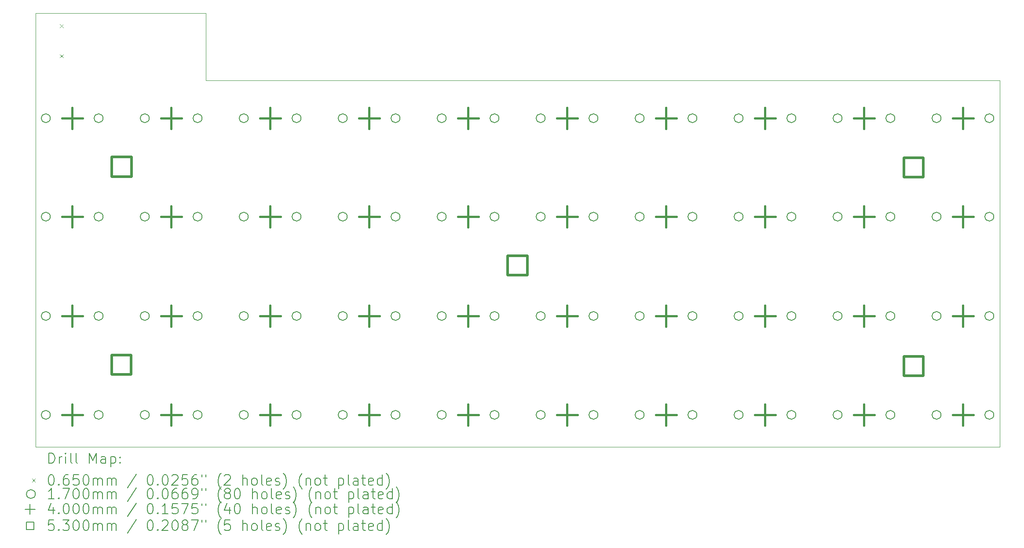
<source format=gbr>
%TF.GenerationSoftware,KiCad,Pcbnew,8.0.9-8.0.9-0~ubuntu22.04.1*%
%TF.CreationDate,2025-05-05T00:52:08+08:00*%
%TF.ProjectId,macropad,6d616372-6f70-4616-942e-6b696361645f,rev?*%
%TF.SameCoordinates,Original*%
%TF.FileFunction,Drillmap*%
%TF.FilePolarity,Positive*%
%FSLAX45Y45*%
G04 Gerber Fmt 4.5, Leading zero omitted, Abs format (unit mm)*
G04 Created by KiCad (PCBNEW 8.0.9-8.0.9-0~ubuntu22.04.1) date 2025-05-05 00:52:08*
%MOMM*%
%LPD*%
G01*
G04 APERTURE LIST*
%ADD10C,0.050000*%
%ADD11C,0.200000*%
%ADD12C,0.100000*%
%ADD13C,0.170000*%
%ADD14C,0.400000*%
%ADD15C,0.530000*%
G04 APERTURE END LIST*
D10*
X7420000Y-8820000D02*
X7420000Y-15860000D01*
X7420000Y-8820000D02*
X7420000Y-8600000D01*
X25980000Y-15860000D02*
X7420000Y-15860000D01*
X10700000Y-8800000D02*
X25980000Y-8800000D01*
X10700000Y-7500000D02*
X10700000Y-8800000D01*
X7420000Y-8600000D02*
X7420000Y-7500000D01*
X25980000Y-8800000D02*
X25980000Y-15860000D01*
X7420000Y-7500000D02*
X10700000Y-7500000D01*
D11*
D12*
X7891500Y-7716000D02*
X7956500Y-7781000D01*
X7956500Y-7716000D02*
X7891500Y-7781000D01*
X7891500Y-8294000D02*
X7956500Y-8359000D01*
X7956500Y-8294000D02*
X7891500Y-8359000D01*
D13*
X7705000Y-9525000D02*
G75*
G02*
X7535000Y-9525000I-85000J0D01*
G01*
X7535000Y-9525000D02*
G75*
G02*
X7705000Y-9525000I85000J0D01*
G01*
X7705000Y-11422000D02*
G75*
G02*
X7535000Y-11422000I-85000J0D01*
G01*
X7535000Y-11422000D02*
G75*
G02*
X7705000Y-11422000I85000J0D01*
G01*
X7705000Y-13335000D02*
G75*
G02*
X7535000Y-13335000I-85000J0D01*
G01*
X7535000Y-13335000D02*
G75*
G02*
X7705000Y-13335000I85000J0D01*
G01*
X7705000Y-15240000D02*
G75*
G02*
X7535000Y-15240000I-85000J0D01*
G01*
X7535000Y-15240000D02*
G75*
G02*
X7705000Y-15240000I85000J0D01*
G01*
X8721000Y-9525000D02*
G75*
G02*
X8551000Y-9525000I-85000J0D01*
G01*
X8551000Y-9525000D02*
G75*
G02*
X8721000Y-9525000I85000J0D01*
G01*
X8721000Y-11422000D02*
G75*
G02*
X8551000Y-11422000I-85000J0D01*
G01*
X8551000Y-11422000D02*
G75*
G02*
X8721000Y-11422000I85000J0D01*
G01*
X8721000Y-13335000D02*
G75*
G02*
X8551000Y-13335000I-85000J0D01*
G01*
X8551000Y-13335000D02*
G75*
G02*
X8721000Y-13335000I85000J0D01*
G01*
X8721000Y-15240000D02*
G75*
G02*
X8551000Y-15240000I-85000J0D01*
G01*
X8551000Y-15240000D02*
G75*
G02*
X8721000Y-15240000I85000J0D01*
G01*
X9610000Y-9525000D02*
G75*
G02*
X9440000Y-9525000I-85000J0D01*
G01*
X9440000Y-9525000D02*
G75*
G02*
X9610000Y-9525000I85000J0D01*
G01*
X9610000Y-11422000D02*
G75*
G02*
X9440000Y-11422000I-85000J0D01*
G01*
X9440000Y-11422000D02*
G75*
G02*
X9610000Y-11422000I85000J0D01*
G01*
X9610000Y-13335000D02*
G75*
G02*
X9440000Y-13335000I-85000J0D01*
G01*
X9440000Y-13335000D02*
G75*
G02*
X9610000Y-13335000I85000J0D01*
G01*
X9610000Y-15240000D02*
G75*
G02*
X9440000Y-15240000I-85000J0D01*
G01*
X9440000Y-15240000D02*
G75*
G02*
X9610000Y-15240000I85000J0D01*
G01*
X10626000Y-9525000D02*
G75*
G02*
X10456000Y-9525000I-85000J0D01*
G01*
X10456000Y-9525000D02*
G75*
G02*
X10626000Y-9525000I85000J0D01*
G01*
X10626000Y-11422000D02*
G75*
G02*
X10456000Y-11422000I-85000J0D01*
G01*
X10456000Y-11422000D02*
G75*
G02*
X10626000Y-11422000I85000J0D01*
G01*
X10626000Y-13335000D02*
G75*
G02*
X10456000Y-13335000I-85000J0D01*
G01*
X10456000Y-13335000D02*
G75*
G02*
X10626000Y-13335000I85000J0D01*
G01*
X10626000Y-15240000D02*
G75*
G02*
X10456000Y-15240000I-85000J0D01*
G01*
X10456000Y-15240000D02*
G75*
G02*
X10626000Y-15240000I85000J0D01*
G01*
X11515000Y-9525000D02*
G75*
G02*
X11345000Y-9525000I-85000J0D01*
G01*
X11345000Y-9525000D02*
G75*
G02*
X11515000Y-9525000I85000J0D01*
G01*
X11515000Y-11422000D02*
G75*
G02*
X11345000Y-11422000I-85000J0D01*
G01*
X11345000Y-11422000D02*
G75*
G02*
X11515000Y-11422000I85000J0D01*
G01*
X11515000Y-13335000D02*
G75*
G02*
X11345000Y-13335000I-85000J0D01*
G01*
X11345000Y-13335000D02*
G75*
G02*
X11515000Y-13335000I85000J0D01*
G01*
X11515000Y-15240000D02*
G75*
G02*
X11345000Y-15240000I-85000J0D01*
G01*
X11345000Y-15240000D02*
G75*
G02*
X11515000Y-15240000I85000J0D01*
G01*
X12531000Y-9525000D02*
G75*
G02*
X12361000Y-9525000I-85000J0D01*
G01*
X12361000Y-9525000D02*
G75*
G02*
X12531000Y-9525000I85000J0D01*
G01*
X12531000Y-11422000D02*
G75*
G02*
X12361000Y-11422000I-85000J0D01*
G01*
X12361000Y-11422000D02*
G75*
G02*
X12531000Y-11422000I85000J0D01*
G01*
X12531000Y-13335000D02*
G75*
G02*
X12361000Y-13335000I-85000J0D01*
G01*
X12361000Y-13335000D02*
G75*
G02*
X12531000Y-13335000I85000J0D01*
G01*
X12531000Y-15240000D02*
G75*
G02*
X12361000Y-15240000I-85000J0D01*
G01*
X12361000Y-15240000D02*
G75*
G02*
X12531000Y-15240000I85000J0D01*
G01*
X13420000Y-9525000D02*
G75*
G02*
X13250000Y-9525000I-85000J0D01*
G01*
X13250000Y-9525000D02*
G75*
G02*
X13420000Y-9525000I85000J0D01*
G01*
X13420000Y-11422000D02*
G75*
G02*
X13250000Y-11422000I-85000J0D01*
G01*
X13250000Y-11422000D02*
G75*
G02*
X13420000Y-11422000I85000J0D01*
G01*
X13420000Y-13335000D02*
G75*
G02*
X13250000Y-13335000I-85000J0D01*
G01*
X13250000Y-13335000D02*
G75*
G02*
X13420000Y-13335000I85000J0D01*
G01*
X13420000Y-15240000D02*
G75*
G02*
X13250000Y-15240000I-85000J0D01*
G01*
X13250000Y-15240000D02*
G75*
G02*
X13420000Y-15240000I85000J0D01*
G01*
X14436000Y-9525000D02*
G75*
G02*
X14266000Y-9525000I-85000J0D01*
G01*
X14266000Y-9525000D02*
G75*
G02*
X14436000Y-9525000I85000J0D01*
G01*
X14436000Y-11422000D02*
G75*
G02*
X14266000Y-11422000I-85000J0D01*
G01*
X14266000Y-11422000D02*
G75*
G02*
X14436000Y-11422000I85000J0D01*
G01*
X14436000Y-13335000D02*
G75*
G02*
X14266000Y-13335000I-85000J0D01*
G01*
X14266000Y-13335000D02*
G75*
G02*
X14436000Y-13335000I85000J0D01*
G01*
X14436000Y-15240000D02*
G75*
G02*
X14266000Y-15240000I-85000J0D01*
G01*
X14266000Y-15240000D02*
G75*
G02*
X14436000Y-15240000I85000J0D01*
G01*
X15325000Y-9525000D02*
G75*
G02*
X15155000Y-9525000I-85000J0D01*
G01*
X15155000Y-9525000D02*
G75*
G02*
X15325000Y-9525000I85000J0D01*
G01*
X15325000Y-11422000D02*
G75*
G02*
X15155000Y-11422000I-85000J0D01*
G01*
X15155000Y-11422000D02*
G75*
G02*
X15325000Y-11422000I85000J0D01*
G01*
X15325000Y-13335000D02*
G75*
G02*
X15155000Y-13335000I-85000J0D01*
G01*
X15155000Y-13335000D02*
G75*
G02*
X15325000Y-13335000I85000J0D01*
G01*
X15325000Y-15240000D02*
G75*
G02*
X15155000Y-15240000I-85000J0D01*
G01*
X15155000Y-15240000D02*
G75*
G02*
X15325000Y-15240000I85000J0D01*
G01*
X16341000Y-9525000D02*
G75*
G02*
X16171000Y-9525000I-85000J0D01*
G01*
X16171000Y-9525000D02*
G75*
G02*
X16341000Y-9525000I85000J0D01*
G01*
X16341000Y-11422000D02*
G75*
G02*
X16171000Y-11422000I-85000J0D01*
G01*
X16171000Y-11422000D02*
G75*
G02*
X16341000Y-11422000I85000J0D01*
G01*
X16341000Y-13335000D02*
G75*
G02*
X16171000Y-13335000I-85000J0D01*
G01*
X16171000Y-13335000D02*
G75*
G02*
X16341000Y-13335000I85000J0D01*
G01*
X16341000Y-15240000D02*
G75*
G02*
X16171000Y-15240000I-85000J0D01*
G01*
X16171000Y-15240000D02*
G75*
G02*
X16341000Y-15240000I85000J0D01*
G01*
X17230000Y-9525000D02*
G75*
G02*
X17060000Y-9525000I-85000J0D01*
G01*
X17060000Y-9525000D02*
G75*
G02*
X17230000Y-9525000I85000J0D01*
G01*
X17230000Y-11422000D02*
G75*
G02*
X17060000Y-11422000I-85000J0D01*
G01*
X17060000Y-11422000D02*
G75*
G02*
X17230000Y-11422000I85000J0D01*
G01*
X17230000Y-13335000D02*
G75*
G02*
X17060000Y-13335000I-85000J0D01*
G01*
X17060000Y-13335000D02*
G75*
G02*
X17230000Y-13335000I85000J0D01*
G01*
X17230000Y-15240000D02*
G75*
G02*
X17060000Y-15240000I-85000J0D01*
G01*
X17060000Y-15240000D02*
G75*
G02*
X17230000Y-15240000I85000J0D01*
G01*
X18246000Y-9525000D02*
G75*
G02*
X18076000Y-9525000I-85000J0D01*
G01*
X18076000Y-9525000D02*
G75*
G02*
X18246000Y-9525000I85000J0D01*
G01*
X18246000Y-11422000D02*
G75*
G02*
X18076000Y-11422000I-85000J0D01*
G01*
X18076000Y-11422000D02*
G75*
G02*
X18246000Y-11422000I85000J0D01*
G01*
X18246000Y-13335000D02*
G75*
G02*
X18076000Y-13335000I-85000J0D01*
G01*
X18076000Y-13335000D02*
G75*
G02*
X18246000Y-13335000I85000J0D01*
G01*
X18246000Y-15240000D02*
G75*
G02*
X18076000Y-15240000I-85000J0D01*
G01*
X18076000Y-15240000D02*
G75*
G02*
X18246000Y-15240000I85000J0D01*
G01*
X19135000Y-9525000D02*
G75*
G02*
X18965000Y-9525000I-85000J0D01*
G01*
X18965000Y-9525000D02*
G75*
G02*
X19135000Y-9525000I85000J0D01*
G01*
X19135000Y-11422000D02*
G75*
G02*
X18965000Y-11422000I-85000J0D01*
G01*
X18965000Y-11422000D02*
G75*
G02*
X19135000Y-11422000I85000J0D01*
G01*
X19135000Y-13335000D02*
G75*
G02*
X18965000Y-13335000I-85000J0D01*
G01*
X18965000Y-13335000D02*
G75*
G02*
X19135000Y-13335000I85000J0D01*
G01*
X19135000Y-15240000D02*
G75*
G02*
X18965000Y-15240000I-85000J0D01*
G01*
X18965000Y-15240000D02*
G75*
G02*
X19135000Y-15240000I85000J0D01*
G01*
X20151000Y-9525000D02*
G75*
G02*
X19981000Y-9525000I-85000J0D01*
G01*
X19981000Y-9525000D02*
G75*
G02*
X20151000Y-9525000I85000J0D01*
G01*
X20151000Y-11422000D02*
G75*
G02*
X19981000Y-11422000I-85000J0D01*
G01*
X19981000Y-11422000D02*
G75*
G02*
X20151000Y-11422000I85000J0D01*
G01*
X20151000Y-13335000D02*
G75*
G02*
X19981000Y-13335000I-85000J0D01*
G01*
X19981000Y-13335000D02*
G75*
G02*
X20151000Y-13335000I85000J0D01*
G01*
X20151000Y-15240000D02*
G75*
G02*
X19981000Y-15240000I-85000J0D01*
G01*
X19981000Y-15240000D02*
G75*
G02*
X20151000Y-15240000I85000J0D01*
G01*
X21040000Y-9525000D02*
G75*
G02*
X20870000Y-9525000I-85000J0D01*
G01*
X20870000Y-9525000D02*
G75*
G02*
X21040000Y-9525000I85000J0D01*
G01*
X21040000Y-11422000D02*
G75*
G02*
X20870000Y-11422000I-85000J0D01*
G01*
X20870000Y-11422000D02*
G75*
G02*
X21040000Y-11422000I85000J0D01*
G01*
X21040000Y-13335000D02*
G75*
G02*
X20870000Y-13335000I-85000J0D01*
G01*
X20870000Y-13335000D02*
G75*
G02*
X21040000Y-13335000I85000J0D01*
G01*
X21040000Y-15240000D02*
G75*
G02*
X20870000Y-15240000I-85000J0D01*
G01*
X20870000Y-15240000D02*
G75*
G02*
X21040000Y-15240000I85000J0D01*
G01*
X22056000Y-9525000D02*
G75*
G02*
X21886000Y-9525000I-85000J0D01*
G01*
X21886000Y-9525000D02*
G75*
G02*
X22056000Y-9525000I85000J0D01*
G01*
X22056000Y-11422000D02*
G75*
G02*
X21886000Y-11422000I-85000J0D01*
G01*
X21886000Y-11422000D02*
G75*
G02*
X22056000Y-11422000I85000J0D01*
G01*
X22056000Y-13335000D02*
G75*
G02*
X21886000Y-13335000I-85000J0D01*
G01*
X21886000Y-13335000D02*
G75*
G02*
X22056000Y-13335000I85000J0D01*
G01*
X22056000Y-15240000D02*
G75*
G02*
X21886000Y-15240000I-85000J0D01*
G01*
X21886000Y-15240000D02*
G75*
G02*
X22056000Y-15240000I85000J0D01*
G01*
X22945000Y-9525000D02*
G75*
G02*
X22775000Y-9525000I-85000J0D01*
G01*
X22775000Y-9525000D02*
G75*
G02*
X22945000Y-9525000I85000J0D01*
G01*
X22945000Y-11422000D02*
G75*
G02*
X22775000Y-11422000I-85000J0D01*
G01*
X22775000Y-11422000D02*
G75*
G02*
X22945000Y-11422000I85000J0D01*
G01*
X22945000Y-13335000D02*
G75*
G02*
X22775000Y-13335000I-85000J0D01*
G01*
X22775000Y-13335000D02*
G75*
G02*
X22945000Y-13335000I85000J0D01*
G01*
X22945000Y-15240000D02*
G75*
G02*
X22775000Y-15240000I-85000J0D01*
G01*
X22775000Y-15240000D02*
G75*
G02*
X22945000Y-15240000I85000J0D01*
G01*
X23961000Y-9525000D02*
G75*
G02*
X23791000Y-9525000I-85000J0D01*
G01*
X23791000Y-9525000D02*
G75*
G02*
X23961000Y-9525000I85000J0D01*
G01*
X23961000Y-11422000D02*
G75*
G02*
X23791000Y-11422000I-85000J0D01*
G01*
X23791000Y-11422000D02*
G75*
G02*
X23961000Y-11422000I85000J0D01*
G01*
X23961000Y-13335000D02*
G75*
G02*
X23791000Y-13335000I-85000J0D01*
G01*
X23791000Y-13335000D02*
G75*
G02*
X23961000Y-13335000I85000J0D01*
G01*
X23961000Y-15240000D02*
G75*
G02*
X23791000Y-15240000I-85000J0D01*
G01*
X23791000Y-15240000D02*
G75*
G02*
X23961000Y-15240000I85000J0D01*
G01*
X24850000Y-9525000D02*
G75*
G02*
X24680000Y-9525000I-85000J0D01*
G01*
X24680000Y-9525000D02*
G75*
G02*
X24850000Y-9525000I85000J0D01*
G01*
X24850000Y-11422000D02*
G75*
G02*
X24680000Y-11422000I-85000J0D01*
G01*
X24680000Y-11422000D02*
G75*
G02*
X24850000Y-11422000I85000J0D01*
G01*
X24850000Y-13335000D02*
G75*
G02*
X24680000Y-13335000I-85000J0D01*
G01*
X24680000Y-13335000D02*
G75*
G02*
X24850000Y-13335000I85000J0D01*
G01*
X24850000Y-15240000D02*
G75*
G02*
X24680000Y-15240000I-85000J0D01*
G01*
X24680000Y-15240000D02*
G75*
G02*
X24850000Y-15240000I85000J0D01*
G01*
X25866000Y-9525000D02*
G75*
G02*
X25696000Y-9525000I-85000J0D01*
G01*
X25696000Y-9525000D02*
G75*
G02*
X25866000Y-9525000I85000J0D01*
G01*
X25866000Y-11422000D02*
G75*
G02*
X25696000Y-11422000I-85000J0D01*
G01*
X25696000Y-11422000D02*
G75*
G02*
X25866000Y-11422000I85000J0D01*
G01*
X25866000Y-13335000D02*
G75*
G02*
X25696000Y-13335000I-85000J0D01*
G01*
X25696000Y-13335000D02*
G75*
G02*
X25866000Y-13335000I85000J0D01*
G01*
X25866000Y-15240000D02*
G75*
G02*
X25696000Y-15240000I-85000J0D01*
G01*
X25696000Y-15240000D02*
G75*
G02*
X25866000Y-15240000I85000J0D01*
G01*
D14*
X8128000Y-9325000D02*
X8128000Y-9725000D01*
X7928000Y-9525000D02*
X8328000Y-9525000D01*
X8128000Y-11222000D02*
X8128000Y-11622000D01*
X7928000Y-11422000D02*
X8328000Y-11422000D01*
X8128000Y-13135000D02*
X8128000Y-13535000D01*
X7928000Y-13335000D02*
X8328000Y-13335000D01*
X8128000Y-15040000D02*
X8128000Y-15440000D01*
X7928000Y-15240000D02*
X8328000Y-15240000D01*
X10033000Y-9325000D02*
X10033000Y-9725000D01*
X9833000Y-9525000D02*
X10233000Y-9525000D01*
X10033000Y-11222000D02*
X10033000Y-11622000D01*
X9833000Y-11422000D02*
X10233000Y-11422000D01*
X10033000Y-13135000D02*
X10033000Y-13535000D01*
X9833000Y-13335000D02*
X10233000Y-13335000D01*
X10033000Y-15040000D02*
X10033000Y-15440000D01*
X9833000Y-15240000D02*
X10233000Y-15240000D01*
X11938000Y-9325000D02*
X11938000Y-9725000D01*
X11738000Y-9525000D02*
X12138000Y-9525000D01*
X11938000Y-11222000D02*
X11938000Y-11622000D01*
X11738000Y-11422000D02*
X12138000Y-11422000D01*
X11938000Y-13135000D02*
X11938000Y-13535000D01*
X11738000Y-13335000D02*
X12138000Y-13335000D01*
X11938000Y-15040000D02*
X11938000Y-15440000D01*
X11738000Y-15240000D02*
X12138000Y-15240000D01*
X13843000Y-9325000D02*
X13843000Y-9725000D01*
X13643000Y-9525000D02*
X14043000Y-9525000D01*
X13843000Y-11222000D02*
X13843000Y-11622000D01*
X13643000Y-11422000D02*
X14043000Y-11422000D01*
X13843000Y-13135000D02*
X13843000Y-13535000D01*
X13643000Y-13335000D02*
X14043000Y-13335000D01*
X13843000Y-15040000D02*
X13843000Y-15440000D01*
X13643000Y-15240000D02*
X14043000Y-15240000D01*
X15748000Y-9325000D02*
X15748000Y-9725000D01*
X15548000Y-9525000D02*
X15948000Y-9525000D01*
X15748000Y-11222000D02*
X15748000Y-11622000D01*
X15548000Y-11422000D02*
X15948000Y-11422000D01*
X15748000Y-13135000D02*
X15748000Y-13535000D01*
X15548000Y-13335000D02*
X15948000Y-13335000D01*
X15748000Y-15040000D02*
X15748000Y-15440000D01*
X15548000Y-15240000D02*
X15948000Y-15240000D01*
X17653000Y-9325000D02*
X17653000Y-9725000D01*
X17453000Y-9525000D02*
X17853000Y-9525000D01*
X17653000Y-11222000D02*
X17653000Y-11622000D01*
X17453000Y-11422000D02*
X17853000Y-11422000D01*
X17653000Y-13135000D02*
X17653000Y-13535000D01*
X17453000Y-13335000D02*
X17853000Y-13335000D01*
X17653000Y-15040000D02*
X17653000Y-15440000D01*
X17453000Y-15240000D02*
X17853000Y-15240000D01*
X19558000Y-9325000D02*
X19558000Y-9725000D01*
X19358000Y-9525000D02*
X19758000Y-9525000D01*
X19558000Y-11222000D02*
X19558000Y-11622000D01*
X19358000Y-11422000D02*
X19758000Y-11422000D01*
X19558000Y-13135000D02*
X19558000Y-13535000D01*
X19358000Y-13335000D02*
X19758000Y-13335000D01*
X19558000Y-15040000D02*
X19558000Y-15440000D01*
X19358000Y-15240000D02*
X19758000Y-15240000D01*
X21463000Y-9325000D02*
X21463000Y-9725000D01*
X21263000Y-9525000D02*
X21663000Y-9525000D01*
X21463000Y-11222000D02*
X21463000Y-11622000D01*
X21263000Y-11422000D02*
X21663000Y-11422000D01*
X21463000Y-13135000D02*
X21463000Y-13535000D01*
X21263000Y-13335000D02*
X21663000Y-13335000D01*
X21463000Y-15040000D02*
X21463000Y-15440000D01*
X21263000Y-15240000D02*
X21663000Y-15240000D01*
X23368000Y-9325000D02*
X23368000Y-9725000D01*
X23168000Y-9525000D02*
X23568000Y-9525000D01*
X23368000Y-11222000D02*
X23368000Y-11622000D01*
X23168000Y-11422000D02*
X23568000Y-11422000D01*
X23368000Y-13135000D02*
X23368000Y-13535000D01*
X23168000Y-13335000D02*
X23568000Y-13335000D01*
X23368000Y-15040000D02*
X23368000Y-15440000D01*
X23168000Y-15240000D02*
X23568000Y-15240000D01*
X25273000Y-9325000D02*
X25273000Y-9725000D01*
X25073000Y-9525000D02*
X25473000Y-9525000D01*
X25273000Y-11222000D02*
X25273000Y-11622000D01*
X25073000Y-11422000D02*
X25473000Y-11422000D01*
X25273000Y-13135000D02*
X25273000Y-13535000D01*
X25073000Y-13335000D02*
X25473000Y-13335000D01*
X25273000Y-15040000D02*
X25273000Y-15440000D01*
X25073000Y-15240000D02*
X25473000Y-15240000D01*
D15*
X9262385Y-14462385D02*
X9262385Y-14087615D01*
X8887615Y-14087615D01*
X8887615Y-14462385D01*
X9262385Y-14462385D01*
X9267385Y-10647385D02*
X9267385Y-10272615D01*
X8892615Y-10272615D01*
X8892615Y-10647385D01*
X9267385Y-10647385D01*
X16887385Y-12547385D02*
X16887385Y-12172615D01*
X16512615Y-12172615D01*
X16512615Y-12547385D01*
X16887385Y-12547385D01*
X24512385Y-10662385D02*
X24512385Y-10287615D01*
X24137615Y-10287615D01*
X24137615Y-10662385D01*
X24512385Y-10662385D01*
X24512385Y-14487385D02*
X24512385Y-14112615D01*
X24137615Y-14112615D01*
X24137615Y-14487385D01*
X24512385Y-14487385D01*
D11*
X7678277Y-16173984D02*
X7678277Y-15973984D01*
X7678277Y-15973984D02*
X7725896Y-15973984D01*
X7725896Y-15973984D02*
X7754467Y-15983508D01*
X7754467Y-15983508D02*
X7773515Y-16002555D01*
X7773515Y-16002555D02*
X7783039Y-16021603D01*
X7783039Y-16021603D02*
X7792562Y-16059698D01*
X7792562Y-16059698D02*
X7792562Y-16088269D01*
X7792562Y-16088269D02*
X7783039Y-16126365D01*
X7783039Y-16126365D02*
X7773515Y-16145412D01*
X7773515Y-16145412D02*
X7754467Y-16164460D01*
X7754467Y-16164460D02*
X7725896Y-16173984D01*
X7725896Y-16173984D02*
X7678277Y-16173984D01*
X7878277Y-16173984D02*
X7878277Y-16040650D01*
X7878277Y-16078746D02*
X7887801Y-16059698D01*
X7887801Y-16059698D02*
X7897324Y-16050174D01*
X7897324Y-16050174D02*
X7916372Y-16040650D01*
X7916372Y-16040650D02*
X7935420Y-16040650D01*
X8002086Y-16173984D02*
X8002086Y-16040650D01*
X8002086Y-15973984D02*
X7992562Y-15983508D01*
X7992562Y-15983508D02*
X8002086Y-15993031D01*
X8002086Y-15993031D02*
X8011610Y-15983508D01*
X8011610Y-15983508D02*
X8002086Y-15973984D01*
X8002086Y-15973984D02*
X8002086Y-15993031D01*
X8125896Y-16173984D02*
X8106848Y-16164460D01*
X8106848Y-16164460D02*
X8097324Y-16145412D01*
X8097324Y-16145412D02*
X8097324Y-15973984D01*
X8230658Y-16173984D02*
X8211610Y-16164460D01*
X8211610Y-16164460D02*
X8202086Y-16145412D01*
X8202086Y-16145412D02*
X8202086Y-15973984D01*
X8459229Y-16173984D02*
X8459229Y-15973984D01*
X8459229Y-15973984D02*
X8525896Y-16116841D01*
X8525896Y-16116841D02*
X8592563Y-15973984D01*
X8592563Y-15973984D02*
X8592563Y-16173984D01*
X8773515Y-16173984D02*
X8773515Y-16069222D01*
X8773515Y-16069222D02*
X8763991Y-16050174D01*
X8763991Y-16050174D02*
X8744944Y-16040650D01*
X8744944Y-16040650D02*
X8706848Y-16040650D01*
X8706848Y-16040650D02*
X8687801Y-16050174D01*
X8773515Y-16164460D02*
X8754467Y-16173984D01*
X8754467Y-16173984D02*
X8706848Y-16173984D01*
X8706848Y-16173984D02*
X8687801Y-16164460D01*
X8687801Y-16164460D02*
X8678277Y-16145412D01*
X8678277Y-16145412D02*
X8678277Y-16126365D01*
X8678277Y-16126365D02*
X8687801Y-16107317D01*
X8687801Y-16107317D02*
X8706848Y-16097793D01*
X8706848Y-16097793D02*
X8754467Y-16097793D01*
X8754467Y-16097793D02*
X8773515Y-16088269D01*
X8868753Y-16040650D02*
X8868753Y-16240650D01*
X8868753Y-16050174D02*
X8887801Y-16040650D01*
X8887801Y-16040650D02*
X8925896Y-16040650D01*
X8925896Y-16040650D02*
X8944944Y-16050174D01*
X8944944Y-16050174D02*
X8954467Y-16059698D01*
X8954467Y-16059698D02*
X8963991Y-16078746D01*
X8963991Y-16078746D02*
X8963991Y-16135888D01*
X8963991Y-16135888D02*
X8954467Y-16154936D01*
X8954467Y-16154936D02*
X8944944Y-16164460D01*
X8944944Y-16164460D02*
X8925896Y-16173984D01*
X8925896Y-16173984D02*
X8887801Y-16173984D01*
X8887801Y-16173984D02*
X8868753Y-16164460D01*
X9049705Y-16154936D02*
X9059229Y-16164460D01*
X9059229Y-16164460D02*
X9049705Y-16173984D01*
X9049705Y-16173984D02*
X9040182Y-16164460D01*
X9040182Y-16164460D02*
X9049705Y-16154936D01*
X9049705Y-16154936D02*
X9049705Y-16173984D01*
X9049705Y-16050174D02*
X9059229Y-16059698D01*
X9059229Y-16059698D02*
X9049705Y-16069222D01*
X9049705Y-16069222D02*
X9040182Y-16059698D01*
X9040182Y-16059698D02*
X9049705Y-16050174D01*
X9049705Y-16050174D02*
X9049705Y-16069222D01*
D12*
X7352500Y-16470000D02*
X7417500Y-16535000D01*
X7417500Y-16470000D02*
X7352500Y-16535000D01*
D11*
X7716372Y-16393984D02*
X7735420Y-16393984D01*
X7735420Y-16393984D02*
X7754467Y-16403508D01*
X7754467Y-16403508D02*
X7763991Y-16413031D01*
X7763991Y-16413031D02*
X7773515Y-16432079D01*
X7773515Y-16432079D02*
X7783039Y-16470174D01*
X7783039Y-16470174D02*
X7783039Y-16517793D01*
X7783039Y-16517793D02*
X7773515Y-16555888D01*
X7773515Y-16555888D02*
X7763991Y-16574936D01*
X7763991Y-16574936D02*
X7754467Y-16584460D01*
X7754467Y-16584460D02*
X7735420Y-16593984D01*
X7735420Y-16593984D02*
X7716372Y-16593984D01*
X7716372Y-16593984D02*
X7697324Y-16584460D01*
X7697324Y-16584460D02*
X7687801Y-16574936D01*
X7687801Y-16574936D02*
X7678277Y-16555888D01*
X7678277Y-16555888D02*
X7668753Y-16517793D01*
X7668753Y-16517793D02*
X7668753Y-16470174D01*
X7668753Y-16470174D02*
X7678277Y-16432079D01*
X7678277Y-16432079D02*
X7687801Y-16413031D01*
X7687801Y-16413031D02*
X7697324Y-16403508D01*
X7697324Y-16403508D02*
X7716372Y-16393984D01*
X7868753Y-16574936D02*
X7878277Y-16584460D01*
X7878277Y-16584460D02*
X7868753Y-16593984D01*
X7868753Y-16593984D02*
X7859229Y-16584460D01*
X7859229Y-16584460D02*
X7868753Y-16574936D01*
X7868753Y-16574936D02*
X7868753Y-16593984D01*
X8049705Y-16393984D02*
X8011610Y-16393984D01*
X8011610Y-16393984D02*
X7992562Y-16403508D01*
X7992562Y-16403508D02*
X7983039Y-16413031D01*
X7983039Y-16413031D02*
X7963991Y-16441603D01*
X7963991Y-16441603D02*
X7954467Y-16479698D01*
X7954467Y-16479698D02*
X7954467Y-16555888D01*
X7954467Y-16555888D02*
X7963991Y-16574936D01*
X7963991Y-16574936D02*
X7973515Y-16584460D01*
X7973515Y-16584460D02*
X7992562Y-16593984D01*
X7992562Y-16593984D02*
X8030658Y-16593984D01*
X8030658Y-16593984D02*
X8049705Y-16584460D01*
X8049705Y-16584460D02*
X8059229Y-16574936D01*
X8059229Y-16574936D02*
X8068753Y-16555888D01*
X8068753Y-16555888D02*
X8068753Y-16508269D01*
X8068753Y-16508269D02*
X8059229Y-16489222D01*
X8059229Y-16489222D02*
X8049705Y-16479698D01*
X8049705Y-16479698D02*
X8030658Y-16470174D01*
X8030658Y-16470174D02*
X7992562Y-16470174D01*
X7992562Y-16470174D02*
X7973515Y-16479698D01*
X7973515Y-16479698D02*
X7963991Y-16489222D01*
X7963991Y-16489222D02*
X7954467Y-16508269D01*
X8249705Y-16393984D02*
X8154467Y-16393984D01*
X8154467Y-16393984D02*
X8144943Y-16489222D01*
X8144943Y-16489222D02*
X8154467Y-16479698D01*
X8154467Y-16479698D02*
X8173515Y-16470174D01*
X8173515Y-16470174D02*
X8221134Y-16470174D01*
X8221134Y-16470174D02*
X8240182Y-16479698D01*
X8240182Y-16479698D02*
X8249705Y-16489222D01*
X8249705Y-16489222D02*
X8259229Y-16508269D01*
X8259229Y-16508269D02*
X8259229Y-16555888D01*
X8259229Y-16555888D02*
X8249705Y-16574936D01*
X8249705Y-16574936D02*
X8240182Y-16584460D01*
X8240182Y-16584460D02*
X8221134Y-16593984D01*
X8221134Y-16593984D02*
X8173515Y-16593984D01*
X8173515Y-16593984D02*
X8154467Y-16584460D01*
X8154467Y-16584460D02*
X8144943Y-16574936D01*
X8383039Y-16393984D02*
X8402086Y-16393984D01*
X8402086Y-16393984D02*
X8421134Y-16403508D01*
X8421134Y-16403508D02*
X8430658Y-16413031D01*
X8430658Y-16413031D02*
X8440182Y-16432079D01*
X8440182Y-16432079D02*
X8449705Y-16470174D01*
X8449705Y-16470174D02*
X8449705Y-16517793D01*
X8449705Y-16517793D02*
X8440182Y-16555888D01*
X8440182Y-16555888D02*
X8430658Y-16574936D01*
X8430658Y-16574936D02*
X8421134Y-16584460D01*
X8421134Y-16584460D02*
X8402086Y-16593984D01*
X8402086Y-16593984D02*
X8383039Y-16593984D01*
X8383039Y-16593984D02*
X8363991Y-16584460D01*
X8363991Y-16584460D02*
X8354467Y-16574936D01*
X8354467Y-16574936D02*
X8344943Y-16555888D01*
X8344943Y-16555888D02*
X8335420Y-16517793D01*
X8335420Y-16517793D02*
X8335420Y-16470174D01*
X8335420Y-16470174D02*
X8344943Y-16432079D01*
X8344943Y-16432079D02*
X8354467Y-16413031D01*
X8354467Y-16413031D02*
X8363991Y-16403508D01*
X8363991Y-16403508D02*
X8383039Y-16393984D01*
X8535420Y-16593984D02*
X8535420Y-16460650D01*
X8535420Y-16479698D02*
X8544944Y-16470174D01*
X8544944Y-16470174D02*
X8563991Y-16460650D01*
X8563991Y-16460650D02*
X8592563Y-16460650D01*
X8592563Y-16460650D02*
X8611610Y-16470174D01*
X8611610Y-16470174D02*
X8621134Y-16489222D01*
X8621134Y-16489222D02*
X8621134Y-16593984D01*
X8621134Y-16489222D02*
X8630658Y-16470174D01*
X8630658Y-16470174D02*
X8649705Y-16460650D01*
X8649705Y-16460650D02*
X8678277Y-16460650D01*
X8678277Y-16460650D02*
X8697325Y-16470174D01*
X8697325Y-16470174D02*
X8706848Y-16489222D01*
X8706848Y-16489222D02*
X8706848Y-16593984D01*
X8802086Y-16593984D02*
X8802086Y-16460650D01*
X8802086Y-16479698D02*
X8811610Y-16470174D01*
X8811610Y-16470174D02*
X8830658Y-16460650D01*
X8830658Y-16460650D02*
X8859229Y-16460650D01*
X8859229Y-16460650D02*
X8878277Y-16470174D01*
X8878277Y-16470174D02*
X8887801Y-16489222D01*
X8887801Y-16489222D02*
X8887801Y-16593984D01*
X8887801Y-16489222D02*
X8897325Y-16470174D01*
X8897325Y-16470174D02*
X8916372Y-16460650D01*
X8916372Y-16460650D02*
X8944944Y-16460650D01*
X8944944Y-16460650D02*
X8963991Y-16470174D01*
X8963991Y-16470174D02*
X8973515Y-16489222D01*
X8973515Y-16489222D02*
X8973515Y-16593984D01*
X9363991Y-16384460D02*
X9192563Y-16641603D01*
X9621134Y-16393984D02*
X9640182Y-16393984D01*
X9640182Y-16393984D02*
X9659229Y-16403508D01*
X9659229Y-16403508D02*
X9668753Y-16413031D01*
X9668753Y-16413031D02*
X9678277Y-16432079D01*
X9678277Y-16432079D02*
X9687801Y-16470174D01*
X9687801Y-16470174D02*
X9687801Y-16517793D01*
X9687801Y-16517793D02*
X9678277Y-16555888D01*
X9678277Y-16555888D02*
X9668753Y-16574936D01*
X9668753Y-16574936D02*
X9659229Y-16584460D01*
X9659229Y-16584460D02*
X9640182Y-16593984D01*
X9640182Y-16593984D02*
X9621134Y-16593984D01*
X9621134Y-16593984D02*
X9602087Y-16584460D01*
X9602087Y-16584460D02*
X9592563Y-16574936D01*
X9592563Y-16574936D02*
X9583039Y-16555888D01*
X9583039Y-16555888D02*
X9573515Y-16517793D01*
X9573515Y-16517793D02*
X9573515Y-16470174D01*
X9573515Y-16470174D02*
X9583039Y-16432079D01*
X9583039Y-16432079D02*
X9592563Y-16413031D01*
X9592563Y-16413031D02*
X9602087Y-16403508D01*
X9602087Y-16403508D02*
X9621134Y-16393984D01*
X9773515Y-16574936D02*
X9783039Y-16584460D01*
X9783039Y-16584460D02*
X9773515Y-16593984D01*
X9773515Y-16593984D02*
X9763991Y-16584460D01*
X9763991Y-16584460D02*
X9773515Y-16574936D01*
X9773515Y-16574936D02*
X9773515Y-16593984D01*
X9906848Y-16393984D02*
X9925896Y-16393984D01*
X9925896Y-16393984D02*
X9944944Y-16403508D01*
X9944944Y-16403508D02*
X9954468Y-16413031D01*
X9954468Y-16413031D02*
X9963991Y-16432079D01*
X9963991Y-16432079D02*
X9973515Y-16470174D01*
X9973515Y-16470174D02*
X9973515Y-16517793D01*
X9973515Y-16517793D02*
X9963991Y-16555888D01*
X9963991Y-16555888D02*
X9954468Y-16574936D01*
X9954468Y-16574936D02*
X9944944Y-16584460D01*
X9944944Y-16584460D02*
X9925896Y-16593984D01*
X9925896Y-16593984D02*
X9906848Y-16593984D01*
X9906848Y-16593984D02*
X9887801Y-16584460D01*
X9887801Y-16584460D02*
X9878277Y-16574936D01*
X9878277Y-16574936D02*
X9868753Y-16555888D01*
X9868753Y-16555888D02*
X9859229Y-16517793D01*
X9859229Y-16517793D02*
X9859229Y-16470174D01*
X9859229Y-16470174D02*
X9868753Y-16432079D01*
X9868753Y-16432079D02*
X9878277Y-16413031D01*
X9878277Y-16413031D02*
X9887801Y-16403508D01*
X9887801Y-16403508D02*
X9906848Y-16393984D01*
X10049706Y-16413031D02*
X10059229Y-16403508D01*
X10059229Y-16403508D02*
X10078277Y-16393984D01*
X10078277Y-16393984D02*
X10125896Y-16393984D01*
X10125896Y-16393984D02*
X10144944Y-16403508D01*
X10144944Y-16403508D02*
X10154468Y-16413031D01*
X10154468Y-16413031D02*
X10163991Y-16432079D01*
X10163991Y-16432079D02*
X10163991Y-16451127D01*
X10163991Y-16451127D02*
X10154468Y-16479698D01*
X10154468Y-16479698D02*
X10040182Y-16593984D01*
X10040182Y-16593984D02*
X10163991Y-16593984D01*
X10344944Y-16393984D02*
X10249706Y-16393984D01*
X10249706Y-16393984D02*
X10240182Y-16489222D01*
X10240182Y-16489222D02*
X10249706Y-16479698D01*
X10249706Y-16479698D02*
X10268753Y-16470174D01*
X10268753Y-16470174D02*
X10316372Y-16470174D01*
X10316372Y-16470174D02*
X10335420Y-16479698D01*
X10335420Y-16479698D02*
X10344944Y-16489222D01*
X10344944Y-16489222D02*
X10354468Y-16508269D01*
X10354468Y-16508269D02*
X10354468Y-16555888D01*
X10354468Y-16555888D02*
X10344944Y-16574936D01*
X10344944Y-16574936D02*
X10335420Y-16584460D01*
X10335420Y-16584460D02*
X10316372Y-16593984D01*
X10316372Y-16593984D02*
X10268753Y-16593984D01*
X10268753Y-16593984D02*
X10249706Y-16584460D01*
X10249706Y-16584460D02*
X10240182Y-16574936D01*
X10525896Y-16393984D02*
X10487801Y-16393984D01*
X10487801Y-16393984D02*
X10468753Y-16403508D01*
X10468753Y-16403508D02*
X10459229Y-16413031D01*
X10459229Y-16413031D02*
X10440182Y-16441603D01*
X10440182Y-16441603D02*
X10430658Y-16479698D01*
X10430658Y-16479698D02*
X10430658Y-16555888D01*
X10430658Y-16555888D02*
X10440182Y-16574936D01*
X10440182Y-16574936D02*
X10449706Y-16584460D01*
X10449706Y-16584460D02*
X10468753Y-16593984D01*
X10468753Y-16593984D02*
X10506849Y-16593984D01*
X10506849Y-16593984D02*
X10525896Y-16584460D01*
X10525896Y-16584460D02*
X10535420Y-16574936D01*
X10535420Y-16574936D02*
X10544944Y-16555888D01*
X10544944Y-16555888D02*
X10544944Y-16508269D01*
X10544944Y-16508269D02*
X10535420Y-16489222D01*
X10535420Y-16489222D02*
X10525896Y-16479698D01*
X10525896Y-16479698D02*
X10506849Y-16470174D01*
X10506849Y-16470174D02*
X10468753Y-16470174D01*
X10468753Y-16470174D02*
X10449706Y-16479698D01*
X10449706Y-16479698D02*
X10440182Y-16489222D01*
X10440182Y-16489222D02*
X10430658Y-16508269D01*
X10621134Y-16393984D02*
X10621134Y-16432079D01*
X10697325Y-16393984D02*
X10697325Y-16432079D01*
X10992563Y-16670174D02*
X10983039Y-16660650D01*
X10983039Y-16660650D02*
X10963991Y-16632079D01*
X10963991Y-16632079D02*
X10954468Y-16613031D01*
X10954468Y-16613031D02*
X10944944Y-16584460D01*
X10944944Y-16584460D02*
X10935420Y-16536841D01*
X10935420Y-16536841D02*
X10935420Y-16498746D01*
X10935420Y-16498746D02*
X10944944Y-16451127D01*
X10944944Y-16451127D02*
X10954468Y-16422555D01*
X10954468Y-16422555D02*
X10963991Y-16403508D01*
X10963991Y-16403508D02*
X10983039Y-16374936D01*
X10983039Y-16374936D02*
X10992563Y-16365412D01*
X11059230Y-16413031D02*
X11068753Y-16403508D01*
X11068753Y-16403508D02*
X11087801Y-16393984D01*
X11087801Y-16393984D02*
X11135420Y-16393984D01*
X11135420Y-16393984D02*
X11154468Y-16403508D01*
X11154468Y-16403508D02*
X11163991Y-16413031D01*
X11163991Y-16413031D02*
X11173515Y-16432079D01*
X11173515Y-16432079D02*
X11173515Y-16451127D01*
X11173515Y-16451127D02*
X11163991Y-16479698D01*
X11163991Y-16479698D02*
X11049706Y-16593984D01*
X11049706Y-16593984D02*
X11173515Y-16593984D01*
X11411610Y-16593984D02*
X11411610Y-16393984D01*
X11497325Y-16593984D02*
X11497325Y-16489222D01*
X11497325Y-16489222D02*
X11487801Y-16470174D01*
X11487801Y-16470174D02*
X11468753Y-16460650D01*
X11468753Y-16460650D02*
X11440182Y-16460650D01*
X11440182Y-16460650D02*
X11421134Y-16470174D01*
X11421134Y-16470174D02*
X11411610Y-16479698D01*
X11621134Y-16593984D02*
X11602087Y-16584460D01*
X11602087Y-16584460D02*
X11592563Y-16574936D01*
X11592563Y-16574936D02*
X11583039Y-16555888D01*
X11583039Y-16555888D02*
X11583039Y-16498746D01*
X11583039Y-16498746D02*
X11592563Y-16479698D01*
X11592563Y-16479698D02*
X11602087Y-16470174D01*
X11602087Y-16470174D02*
X11621134Y-16460650D01*
X11621134Y-16460650D02*
X11649706Y-16460650D01*
X11649706Y-16460650D02*
X11668753Y-16470174D01*
X11668753Y-16470174D02*
X11678277Y-16479698D01*
X11678277Y-16479698D02*
X11687801Y-16498746D01*
X11687801Y-16498746D02*
X11687801Y-16555888D01*
X11687801Y-16555888D02*
X11678277Y-16574936D01*
X11678277Y-16574936D02*
X11668753Y-16584460D01*
X11668753Y-16584460D02*
X11649706Y-16593984D01*
X11649706Y-16593984D02*
X11621134Y-16593984D01*
X11802087Y-16593984D02*
X11783039Y-16584460D01*
X11783039Y-16584460D02*
X11773515Y-16565412D01*
X11773515Y-16565412D02*
X11773515Y-16393984D01*
X11954468Y-16584460D02*
X11935420Y-16593984D01*
X11935420Y-16593984D02*
X11897325Y-16593984D01*
X11897325Y-16593984D02*
X11878277Y-16584460D01*
X11878277Y-16584460D02*
X11868753Y-16565412D01*
X11868753Y-16565412D02*
X11868753Y-16489222D01*
X11868753Y-16489222D02*
X11878277Y-16470174D01*
X11878277Y-16470174D02*
X11897325Y-16460650D01*
X11897325Y-16460650D02*
X11935420Y-16460650D01*
X11935420Y-16460650D02*
X11954468Y-16470174D01*
X11954468Y-16470174D02*
X11963991Y-16489222D01*
X11963991Y-16489222D02*
X11963991Y-16508269D01*
X11963991Y-16508269D02*
X11868753Y-16527317D01*
X12040182Y-16584460D02*
X12059230Y-16593984D01*
X12059230Y-16593984D02*
X12097325Y-16593984D01*
X12097325Y-16593984D02*
X12116372Y-16584460D01*
X12116372Y-16584460D02*
X12125896Y-16565412D01*
X12125896Y-16565412D02*
X12125896Y-16555888D01*
X12125896Y-16555888D02*
X12116372Y-16536841D01*
X12116372Y-16536841D02*
X12097325Y-16527317D01*
X12097325Y-16527317D02*
X12068753Y-16527317D01*
X12068753Y-16527317D02*
X12049706Y-16517793D01*
X12049706Y-16517793D02*
X12040182Y-16498746D01*
X12040182Y-16498746D02*
X12040182Y-16489222D01*
X12040182Y-16489222D02*
X12049706Y-16470174D01*
X12049706Y-16470174D02*
X12068753Y-16460650D01*
X12068753Y-16460650D02*
X12097325Y-16460650D01*
X12097325Y-16460650D02*
X12116372Y-16470174D01*
X12192563Y-16670174D02*
X12202087Y-16660650D01*
X12202087Y-16660650D02*
X12221134Y-16632079D01*
X12221134Y-16632079D02*
X12230658Y-16613031D01*
X12230658Y-16613031D02*
X12240182Y-16584460D01*
X12240182Y-16584460D02*
X12249706Y-16536841D01*
X12249706Y-16536841D02*
X12249706Y-16498746D01*
X12249706Y-16498746D02*
X12240182Y-16451127D01*
X12240182Y-16451127D02*
X12230658Y-16422555D01*
X12230658Y-16422555D02*
X12221134Y-16403508D01*
X12221134Y-16403508D02*
X12202087Y-16374936D01*
X12202087Y-16374936D02*
X12192563Y-16365412D01*
X12554468Y-16670174D02*
X12544944Y-16660650D01*
X12544944Y-16660650D02*
X12525896Y-16632079D01*
X12525896Y-16632079D02*
X12516372Y-16613031D01*
X12516372Y-16613031D02*
X12506849Y-16584460D01*
X12506849Y-16584460D02*
X12497325Y-16536841D01*
X12497325Y-16536841D02*
X12497325Y-16498746D01*
X12497325Y-16498746D02*
X12506849Y-16451127D01*
X12506849Y-16451127D02*
X12516372Y-16422555D01*
X12516372Y-16422555D02*
X12525896Y-16403508D01*
X12525896Y-16403508D02*
X12544944Y-16374936D01*
X12544944Y-16374936D02*
X12554468Y-16365412D01*
X12630658Y-16460650D02*
X12630658Y-16593984D01*
X12630658Y-16479698D02*
X12640182Y-16470174D01*
X12640182Y-16470174D02*
X12659230Y-16460650D01*
X12659230Y-16460650D02*
X12687801Y-16460650D01*
X12687801Y-16460650D02*
X12706849Y-16470174D01*
X12706849Y-16470174D02*
X12716372Y-16489222D01*
X12716372Y-16489222D02*
X12716372Y-16593984D01*
X12840182Y-16593984D02*
X12821134Y-16584460D01*
X12821134Y-16584460D02*
X12811611Y-16574936D01*
X12811611Y-16574936D02*
X12802087Y-16555888D01*
X12802087Y-16555888D02*
X12802087Y-16498746D01*
X12802087Y-16498746D02*
X12811611Y-16479698D01*
X12811611Y-16479698D02*
X12821134Y-16470174D01*
X12821134Y-16470174D02*
X12840182Y-16460650D01*
X12840182Y-16460650D02*
X12868753Y-16460650D01*
X12868753Y-16460650D02*
X12887801Y-16470174D01*
X12887801Y-16470174D02*
X12897325Y-16479698D01*
X12897325Y-16479698D02*
X12906849Y-16498746D01*
X12906849Y-16498746D02*
X12906849Y-16555888D01*
X12906849Y-16555888D02*
X12897325Y-16574936D01*
X12897325Y-16574936D02*
X12887801Y-16584460D01*
X12887801Y-16584460D02*
X12868753Y-16593984D01*
X12868753Y-16593984D02*
X12840182Y-16593984D01*
X12963992Y-16460650D02*
X13040182Y-16460650D01*
X12992563Y-16393984D02*
X12992563Y-16565412D01*
X12992563Y-16565412D02*
X13002087Y-16584460D01*
X13002087Y-16584460D02*
X13021134Y-16593984D01*
X13021134Y-16593984D02*
X13040182Y-16593984D01*
X13259230Y-16460650D02*
X13259230Y-16660650D01*
X13259230Y-16470174D02*
X13278277Y-16460650D01*
X13278277Y-16460650D02*
X13316373Y-16460650D01*
X13316373Y-16460650D02*
X13335420Y-16470174D01*
X13335420Y-16470174D02*
X13344944Y-16479698D01*
X13344944Y-16479698D02*
X13354468Y-16498746D01*
X13354468Y-16498746D02*
X13354468Y-16555888D01*
X13354468Y-16555888D02*
X13344944Y-16574936D01*
X13344944Y-16574936D02*
X13335420Y-16584460D01*
X13335420Y-16584460D02*
X13316373Y-16593984D01*
X13316373Y-16593984D02*
X13278277Y-16593984D01*
X13278277Y-16593984D02*
X13259230Y-16584460D01*
X13468753Y-16593984D02*
X13449706Y-16584460D01*
X13449706Y-16584460D02*
X13440182Y-16565412D01*
X13440182Y-16565412D02*
X13440182Y-16393984D01*
X13630658Y-16593984D02*
X13630658Y-16489222D01*
X13630658Y-16489222D02*
X13621134Y-16470174D01*
X13621134Y-16470174D02*
X13602087Y-16460650D01*
X13602087Y-16460650D02*
X13563992Y-16460650D01*
X13563992Y-16460650D02*
X13544944Y-16470174D01*
X13630658Y-16584460D02*
X13611611Y-16593984D01*
X13611611Y-16593984D02*
X13563992Y-16593984D01*
X13563992Y-16593984D02*
X13544944Y-16584460D01*
X13544944Y-16584460D02*
X13535420Y-16565412D01*
X13535420Y-16565412D02*
X13535420Y-16546365D01*
X13535420Y-16546365D02*
X13544944Y-16527317D01*
X13544944Y-16527317D02*
X13563992Y-16517793D01*
X13563992Y-16517793D02*
X13611611Y-16517793D01*
X13611611Y-16517793D02*
X13630658Y-16508269D01*
X13697325Y-16460650D02*
X13773515Y-16460650D01*
X13725896Y-16393984D02*
X13725896Y-16565412D01*
X13725896Y-16565412D02*
X13735420Y-16584460D01*
X13735420Y-16584460D02*
X13754468Y-16593984D01*
X13754468Y-16593984D02*
X13773515Y-16593984D01*
X13916373Y-16584460D02*
X13897325Y-16593984D01*
X13897325Y-16593984D02*
X13859230Y-16593984D01*
X13859230Y-16593984D02*
X13840182Y-16584460D01*
X13840182Y-16584460D02*
X13830658Y-16565412D01*
X13830658Y-16565412D02*
X13830658Y-16489222D01*
X13830658Y-16489222D02*
X13840182Y-16470174D01*
X13840182Y-16470174D02*
X13859230Y-16460650D01*
X13859230Y-16460650D02*
X13897325Y-16460650D01*
X13897325Y-16460650D02*
X13916373Y-16470174D01*
X13916373Y-16470174D02*
X13925896Y-16489222D01*
X13925896Y-16489222D02*
X13925896Y-16508269D01*
X13925896Y-16508269D02*
X13830658Y-16527317D01*
X14097325Y-16593984D02*
X14097325Y-16393984D01*
X14097325Y-16584460D02*
X14078277Y-16593984D01*
X14078277Y-16593984D02*
X14040182Y-16593984D01*
X14040182Y-16593984D02*
X14021134Y-16584460D01*
X14021134Y-16584460D02*
X14011611Y-16574936D01*
X14011611Y-16574936D02*
X14002087Y-16555888D01*
X14002087Y-16555888D02*
X14002087Y-16498746D01*
X14002087Y-16498746D02*
X14011611Y-16479698D01*
X14011611Y-16479698D02*
X14021134Y-16470174D01*
X14021134Y-16470174D02*
X14040182Y-16460650D01*
X14040182Y-16460650D02*
X14078277Y-16460650D01*
X14078277Y-16460650D02*
X14097325Y-16470174D01*
X14173515Y-16670174D02*
X14183039Y-16660650D01*
X14183039Y-16660650D02*
X14202087Y-16632079D01*
X14202087Y-16632079D02*
X14211611Y-16613031D01*
X14211611Y-16613031D02*
X14221134Y-16584460D01*
X14221134Y-16584460D02*
X14230658Y-16536841D01*
X14230658Y-16536841D02*
X14230658Y-16498746D01*
X14230658Y-16498746D02*
X14221134Y-16451127D01*
X14221134Y-16451127D02*
X14211611Y-16422555D01*
X14211611Y-16422555D02*
X14202087Y-16403508D01*
X14202087Y-16403508D02*
X14183039Y-16374936D01*
X14183039Y-16374936D02*
X14173515Y-16365412D01*
D13*
X7417500Y-16766500D02*
G75*
G02*
X7247500Y-16766500I-85000J0D01*
G01*
X7247500Y-16766500D02*
G75*
G02*
X7417500Y-16766500I85000J0D01*
G01*
D11*
X7783039Y-16857984D02*
X7668753Y-16857984D01*
X7725896Y-16857984D02*
X7725896Y-16657984D01*
X7725896Y-16657984D02*
X7706848Y-16686555D01*
X7706848Y-16686555D02*
X7687801Y-16705603D01*
X7687801Y-16705603D02*
X7668753Y-16715127D01*
X7868753Y-16838936D02*
X7878277Y-16848460D01*
X7878277Y-16848460D02*
X7868753Y-16857984D01*
X7868753Y-16857984D02*
X7859229Y-16848460D01*
X7859229Y-16848460D02*
X7868753Y-16838936D01*
X7868753Y-16838936D02*
X7868753Y-16857984D01*
X7944943Y-16657984D02*
X8078277Y-16657984D01*
X8078277Y-16657984D02*
X7992562Y-16857984D01*
X8192562Y-16657984D02*
X8211610Y-16657984D01*
X8211610Y-16657984D02*
X8230658Y-16667508D01*
X8230658Y-16667508D02*
X8240182Y-16677031D01*
X8240182Y-16677031D02*
X8249705Y-16696079D01*
X8249705Y-16696079D02*
X8259229Y-16734174D01*
X8259229Y-16734174D02*
X8259229Y-16781793D01*
X8259229Y-16781793D02*
X8249705Y-16819889D01*
X8249705Y-16819889D02*
X8240182Y-16838936D01*
X8240182Y-16838936D02*
X8230658Y-16848460D01*
X8230658Y-16848460D02*
X8211610Y-16857984D01*
X8211610Y-16857984D02*
X8192562Y-16857984D01*
X8192562Y-16857984D02*
X8173515Y-16848460D01*
X8173515Y-16848460D02*
X8163991Y-16838936D01*
X8163991Y-16838936D02*
X8154467Y-16819889D01*
X8154467Y-16819889D02*
X8144943Y-16781793D01*
X8144943Y-16781793D02*
X8144943Y-16734174D01*
X8144943Y-16734174D02*
X8154467Y-16696079D01*
X8154467Y-16696079D02*
X8163991Y-16677031D01*
X8163991Y-16677031D02*
X8173515Y-16667508D01*
X8173515Y-16667508D02*
X8192562Y-16657984D01*
X8383039Y-16657984D02*
X8402086Y-16657984D01*
X8402086Y-16657984D02*
X8421134Y-16667508D01*
X8421134Y-16667508D02*
X8430658Y-16677031D01*
X8430658Y-16677031D02*
X8440182Y-16696079D01*
X8440182Y-16696079D02*
X8449705Y-16734174D01*
X8449705Y-16734174D02*
X8449705Y-16781793D01*
X8449705Y-16781793D02*
X8440182Y-16819889D01*
X8440182Y-16819889D02*
X8430658Y-16838936D01*
X8430658Y-16838936D02*
X8421134Y-16848460D01*
X8421134Y-16848460D02*
X8402086Y-16857984D01*
X8402086Y-16857984D02*
X8383039Y-16857984D01*
X8383039Y-16857984D02*
X8363991Y-16848460D01*
X8363991Y-16848460D02*
X8354467Y-16838936D01*
X8354467Y-16838936D02*
X8344943Y-16819889D01*
X8344943Y-16819889D02*
X8335420Y-16781793D01*
X8335420Y-16781793D02*
X8335420Y-16734174D01*
X8335420Y-16734174D02*
X8344943Y-16696079D01*
X8344943Y-16696079D02*
X8354467Y-16677031D01*
X8354467Y-16677031D02*
X8363991Y-16667508D01*
X8363991Y-16667508D02*
X8383039Y-16657984D01*
X8535420Y-16857984D02*
X8535420Y-16724650D01*
X8535420Y-16743698D02*
X8544944Y-16734174D01*
X8544944Y-16734174D02*
X8563991Y-16724650D01*
X8563991Y-16724650D02*
X8592563Y-16724650D01*
X8592563Y-16724650D02*
X8611610Y-16734174D01*
X8611610Y-16734174D02*
X8621134Y-16753222D01*
X8621134Y-16753222D02*
X8621134Y-16857984D01*
X8621134Y-16753222D02*
X8630658Y-16734174D01*
X8630658Y-16734174D02*
X8649705Y-16724650D01*
X8649705Y-16724650D02*
X8678277Y-16724650D01*
X8678277Y-16724650D02*
X8697325Y-16734174D01*
X8697325Y-16734174D02*
X8706848Y-16753222D01*
X8706848Y-16753222D02*
X8706848Y-16857984D01*
X8802086Y-16857984D02*
X8802086Y-16724650D01*
X8802086Y-16743698D02*
X8811610Y-16734174D01*
X8811610Y-16734174D02*
X8830658Y-16724650D01*
X8830658Y-16724650D02*
X8859229Y-16724650D01*
X8859229Y-16724650D02*
X8878277Y-16734174D01*
X8878277Y-16734174D02*
X8887801Y-16753222D01*
X8887801Y-16753222D02*
X8887801Y-16857984D01*
X8887801Y-16753222D02*
X8897325Y-16734174D01*
X8897325Y-16734174D02*
X8916372Y-16724650D01*
X8916372Y-16724650D02*
X8944944Y-16724650D01*
X8944944Y-16724650D02*
X8963991Y-16734174D01*
X8963991Y-16734174D02*
X8973515Y-16753222D01*
X8973515Y-16753222D02*
X8973515Y-16857984D01*
X9363991Y-16648460D02*
X9192563Y-16905603D01*
X9621134Y-16657984D02*
X9640182Y-16657984D01*
X9640182Y-16657984D02*
X9659229Y-16667508D01*
X9659229Y-16667508D02*
X9668753Y-16677031D01*
X9668753Y-16677031D02*
X9678277Y-16696079D01*
X9678277Y-16696079D02*
X9687801Y-16734174D01*
X9687801Y-16734174D02*
X9687801Y-16781793D01*
X9687801Y-16781793D02*
X9678277Y-16819889D01*
X9678277Y-16819889D02*
X9668753Y-16838936D01*
X9668753Y-16838936D02*
X9659229Y-16848460D01*
X9659229Y-16848460D02*
X9640182Y-16857984D01*
X9640182Y-16857984D02*
X9621134Y-16857984D01*
X9621134Y-16857984D02*
X9602087Y-16848460D01*
X9602087Y-16848460D02*
X9592563Y-16838936D01*
X9592563Y-16838936D02*
X9583039Y-16819889D01*
X9583039Y-16819889D02*
X9573515Y-16781793D01*
X9573515Y-16781793D02*
X9573515Y-16734174D01*
X9573515Y-16734174D02*
X9583039Y-16696079D01*
X9583039Y-16696079D02*
X9592563Y-16677031D01*
X9592563Y-16677031D02*
X9602087Y-16667508D01*
X9602087Y-16667508D02*
X9621134Y-16657984D01*
X9773515Y-16838936D02*
X9783039Y-16848460D01*
X9783039Y-16848460D02*
X9773515Y-16857984D01*
X9773515Y-16857984D02*
X9763991Y-16848460D01*
X9763991Y-16848460D02*
X9773515Y-16838936D01*
X9773515Y-16838936D02*
X9773515Y-16857984D01*
X9906848Y-16657984D02*
X9925896Y-16657984D01*
X9925896Y-16657984D02*
X9944944Y-16667508D01*
X9944944Y-16667508D02*
X9954468Y-16677031D01*
X9954468Y-16677031D02*
X9963991Y-16696079D01*
X9963991Y-16696079D02*
X9973515Y-16734174D01*
X9973515Y-16734174D02*
X9973515Y-16781793D01*
X9973515Y-16781793D02*
X9963991Y-16819889D01*
X9963991Y-16819889D02*
X9954468Y-16838936D01*
X9954468Y-16838936D02*
X9944944Y-16848460D01*
X9944944Y-16848460D02*
X9925896Y-16857984D01*
X9925896Y-16857984D02*
X9906848Y-16857984D01*
X9906848Y-16857984D02*
X9887801Y-16848460D01*
X9887801Y-16848460D02*
X9878277Y-16838936D01*
X9878277Y-16838936D02*
X9868753Y-16819889D01*
X9868753Y-16819889D02*
X9859229Y-16781793D01*
X9859229Y-16781793D02*
X9859229Y-16734174D01*
X9859229Y-16734174D02*
X9868753Y-16696079D01*
X9868753Y-16696079D02*
X9878277Y-16677031D01*
X9878277Y-16677031D02*
X9887801Y-16667508D01*
X9887801Y-16667508D02*
X9906848Y-16657984D01*
X10144944Y-16657984D02*
X10106848Y-16657984D01*
X10106848Y-16657984D02*
X10087801Y-16667508D01*
X10087801Y-16667508D02*
X10078277Y-16677031D01*
X10078277Y-16677031D02*
X10059229Y-16705603D01*
X10059229Y-16705603D02*
X10049706Y-16743698D01*
X10049706Y-16743698D02*
X10049706Y-16819889D01*
X10049706Y-16819889D02*
X10059229Y-16838936D01*
X10059229Y-16838936D02*
X10068753Y-16848460D01*
X10068753Y-16848460D02*
X10087801Y-16857984D01*
X10087801Y-16857984D02*
X10125896Y-16857984D01*
X10125896Y-16857984D02*
X10144944Y-16848460D01*
X10144944Y-16848460D02*
X10154468Y-16838936D01*
X10154468Y-16838936D02*
X10163991Y-16819889D01*
X10163991Y-16819889D02*
X10163991Y-16772269D01*
X10163991Y-16772269D02*
X10154468Y-16753222D01*
X10154468Y-16753222D02*
X10144944Y-16743698D01*
X10144944Y-16743698D02*
X10125896Y-16734174D01*
X10125896Y-16734174D02*
X10087801Y-16734174D01*
X10087801Y-16734174D02*
X10068753Y-16743698D01*
X10068753Y-16743698D02*
X10059229Y-16753222D01*
X10059229Y-16753222D02*
X10049706Y-16772269D01*
X10335420Y-16657984D02*
X10297325Y-16657984D01*
X10297325Y-16657984D02*
X10278277Y-16667508D01*
X10278277Y-16667508D02*
X10268753Y-16677031D01*
X10268753Y-16677031D02*
X10249706Y-16705603D01*
X10249706Y-16705603D02*
X10240182Y-16743698D01*
X10240182Y-16743698D02*
X10240182Y-16819889D01*
X10240182Y-16819889D02*
X10249706Y-16838936D01*
X10249706Y-16838936D02*
X10259229Y-16848460D01*
X10259229Y-16848460D02*
X10278277Y-16857984D01*
X10278277Y-16857984D02*
X10316372Y-16857984D01*
X10316372Y-16857984D02*
X10335420Y-16848460D01*
X10335420Y-16848460D02*
X10344944Y-16838936D01*
X10344944Y-16838936D02*
X10354468Y-16819889D01*
X10354468Y-16819889D02*
X10354468Y-16772269D01*
X10354468Y-16772269D02*
X10344944Y-16753222D01*
X10344944Y-16753222D02*
X10335420Y-16743698D01*
X10335420Y-16743698D02*
X10316372Y-16734174D01*
X10316372Y-16734174D02*
X10278277Y-16734174D01*
X10278277Y-16734174D02*
X10259229Y-16743698D01*
X10259229Y-16743698D02*
X10249706Y-16753222D01*
X10249706Y-16753222D02*
X10240182Y-16772269D01*
X10449706Y-16857984D02*
X10487801Y-16857984D01*
X10487801Y-16857984D02*
X10506849Y-16848460D01*
X10506849Y-16848460D02*
X10516372Y-16838936D01*
X10516372Y-16838936D02*
X10535420Y-16810365D01*
X10535420Y-16810365D02*
X10544944Y-16772269D01*
X10544944Y-16772269D02*
X10544944Y-16696079D01*
X10544944Y-16696079D02*
X10535420Y-16677031D01*
X10535420Y-16677031D02*
X10525896Y-16667508D01*
X10525896Y-16667508D02*
X10506849Y-16657984D01*
X10506849Y-16657984D02*
X10468753Y-16657984D01*
X10468753Y-16657984D02*
X10449706Y-16667508D01*
X10449706Y-16667508D02*
X10440182Y-16677031D01*
X10440182Y-16677031D02*
X10430658Y-16696079D01*
X10430658Y-16696079D02*
X10430658Y-16743698D01*
X10430658Y-16743698D02*
X10440182Y-16762746D01*
X10440182Y-16762746D02*
X10449706Y-16772269D01*
X10449706Y-16772269D02*
X10468753Y-16781793D01*
X10468753Y-16781793D02*
X10506849Y-16781793D01*
X10506849Y-16781793D02*
X10525896Y-16772269D01*
X10525896Y-16772269D02*
X10535420Y-16762746D01*
X10535420Y-16762746D02*
X10544944Y-16743698D01*
X10621134Y-16657984D02*
X10621134Y-16696079D01*
X10697325Y-16657984D02*
X10697325Y-16696079D01*
X10992563Y-16934174D02*
X10983039Y-16924650D01*
X10983039Y-16924650D02*
X10963991Y-16896079D01*
X10963991Y-16896079D02*
X10954468Y-16877031D01*
X10954468Y-16877031D02*
X10944944Y-16848460D01*
X10944944Y-16848460D02*
X10935420Y-16800841D01*
X10935420Y-16800841D02*
X10935420Y-16762746D01*
X10935420Y-16762746D02*
X10944944Y-16715127D01*
X10944944Y-16715127D02*
X10954468Y-16686555D01*
X10954468Y-16686555D02*
X10963991Y-16667508D01*
X10963991Y-16667508D02*
X10983039Y-16638936D01*
X10983039Y-16638936D02*
X10992563Y-16629412D01*
X11097325Y-16743698D02*
X11078277Y-16734174D01*
X11078277Y-16734174D02*
X11068753Y-16724650D01*
X11068753Y-16724650D02*
X11059230Y-16705603D01*
X11059230Y-16705603D02*
X11059230Y-16696079D01*
X11059230Y-16696079D02*
X11068753Y-16677031D01*
X11068753Y-16677031D02*
X11078277Y-16667508D01*
X11078277Y-16667508D02*
X11097325Y-16657984D01*
X11097325Y-16657984D02*
X11135420Y-16657984D01*
X11135420Y-16657984D02*
X11154468Y-16667508D01*
X11154468Y-16667508D02*
X11163991Y-16677031D01*
X11163991Y-16677031D02*
X11173515Y-16696079D01*
X11173515Y-16696079D02*
X11173515Y-16705603D01*
X11173515Y-16705603D02*
X11163991Y-16724650D01*
X11163991Y-16724650D02*
X11154468Y-16734174D01*
X11154468Y-16734174D02*
X11135420Y-16743698D01*
X11135420Y-16743698D02*
X11097325Y-16743698D01*
X11097325Y-16743698D02*
X11078277Y-16753222D01*
X11078277Y-16753222D02*
X11068753Y-16762746D01*
X11068753Y-16762746D02*
X11059230Y-16781793D01*
X11059230Y-16781793D02*
X11059230Y-16819889D01*
X11059230Y-16819889D02*
X11068753Y-16838936D01*
X11068753Y-16838936D02*
X11078277Y-16848460D01*
X11078277Y-16848460D02*
X11097325Y-16857984D01*
X11097325Y-16857984D02*
X11135420Y-16857984D01*
X11135420Y-16857984D02*
X11154468Y-16848460D01*
X11154468Y-16848460D02*
X11163991Y-16838936D01*
X11163991Y-16838936D02*
X11173515Y-16819889D01*
X11173515Y-16819889D02*
X11173515Y-16781793D01*
X11173515Y-16781793D02*
X11163991Y-16762746D01*
X11163991Y-16762746D02*
X11154468Y-16753222D01*
X11154468Y-16753222D02*
X11135420Y-16743698D01*
X11297325Y-16657984D02*
X11316372Y-16657984D01*
X11316372Y-16657984D02*
X11335420Y-16667508D01*
X11335420Y-16667508D02*
X11344944Y-16677031D01*
X11344944Y-16677031D02*
X11354468Y-16696079D01*
X11354468Y-16696079D02*
X11363991Y-16734174D01*
X11363991Y-16734174D02*
X11363991Y-16781793D01*
X11363991Y-16781793D02*
X11354468Y-16819889D01*
X11354468Y-16819889D02*
X11344944Y-16838936D01*
X11344944Y-16838936D02*
X11335420Y-16848460D01*
X11335420Y-16848460D02*
X11316372Y-16857984D01*
X11316372Y-16857984D02*
X11297325Y-16857984D01*
X11297325Y-16857984D02*
X11278277Y-16848460D01*
X11278277Y-16848460D02*
X11268753Y-16838936D01*
X11268753Y-16838936D02*
X11259229Y-16819889D01*
X11259229Y-16819889D02*
X11249706Y-16781793D01*
X11249706Y-16781793D02*
X11249706Y-16734174D01*
X11249706Y-16734174D02*
X11259229Y-16696079D01*
X11259229Y-16696079D02*
X11268753Y-16677031D01*
X11268753Y-16677031D02*
X11278277Y-16667508D01*
X11278277Y-16667508D02*
X11297325Y-16657984D01*
X11602087Y-16857984D02*
X11602087Y-16657984D01*
X11687801Y-16857984D02*
X11687801Y-16753222D01*
X11687801Y-16753222D02*
X11678277Y-16734174D01*
X11678277Y-16734174D02*
X11659230Y-16724650D01*
X11659230Y-16724650D02*
X11630658Y-16724650D01*
X11630658Y-16724650D02*
X11611610Y-16734174D01*
X11611610Y-16734174D02*
X11602087Y-16743698D01*
X11811610Y-16857984D02*
X11792563Y-16848460D01*
X11792563Y-16848460D02*
X11783039Y-16838936D01*
X11783039Y-16838936D02*
X11773515Y-16819889D01*
X11773515Y-16819889D02*
X11773515Y-16762746D01*
X11773515Y-16762746D02*
X11783039Y-16743698D01*
X11783039Y-16743698D02*
X11792563Y-16734174D01*
X11792563Y-16734174D02*
X11811610Y-16724650D01*
X11811610Y-16724650D02*
X11840182Y-16724650D01*
X11840182Y-16724650D02*
X11859230Y-16734174D01*
X11859230Y-16734174D02*
X11868753Y-16743698D01*
X11868753Y-16743698D02*
X11878277Y-16762746D01*
X11878277Y-16762746D02*
X11878277Y-16819889D01*
X11878277Y-16819889D02*
X11868753Y-16838936D01*
X11868753Y-16838936D02*
X11859230Y-16848460D01*
X11859230Y-16848460D02*
X11840182Y-16857984D01*
X11840182Y-16857984D02*
X11811610Y-16857984D01*
X11992563Y-16857984D02*
X11973515Y-16848460D01*
X11973515Y-16848460D02*
X11963991Y-16829412D01*
X11963991Y-16829412D02*
X11963991Y-16657984D01*
X12144944Y-16848460D02*
X12125896Y-16857984D01*
X12125896Y-16857984D02*
X12087801Y-16857984D01*
X12087801Y-16857984D02*
X12068753Y-16848460D01*
X12068753Y-16848460D02*
X12059230Y-16829412D01*
X12059230Y-16829412D02*
X12059230Y-16753222D01*
X12059230Y-16753222D02*
X12068753Y-16734174D01*
X12068753Y-16734174D02*
X12087801Y-16724650D01*
X12087801Y-16724650D02*
X12125896Y-16724650D01*
X12125896Y-16724650D02*
X12144944Y-16734174D01*
X12144944Y-16734174D02*
X12154468Y-16753222D01*
X12154468Y-16753222D02*
X12154468Y-16772269D01*
X12154468Y-16772269D02*
X12059230Y-16791317D01*
X12230658Y-16848460D02*
X12249706Y-16857984D01*
X12249706Y-16857984D02*
X12287801Y-16857984D01*
X12287801Y-16857984D02*
X12306849Y-16848460D01*
X12306849Y-16848460D02*
X12316372Y-16829412D01*
X12316372Y-16829412D02*
X12316372Y-16819889D01*
X12316372Y-16819889D02*
X12306849Y-16800841D01*
X12306849Y-16800841D02*
X12287801Y-16791317D01*
X12287801Y-16791317D02*
X12259230Y-16791317D01*
X12259230Y-16791317D02*
X12240182Y-16781793D01*
X12240182Y-16781793D02*
X12230658Y-16762746D01*
X12230658Y-16762746D02*
X12230658Y-16753222D01*
X12230658Y-16753222D02*
X12240182Y-16734174D01*
X12240182Y-16734174D02*
X12259230Y-16724650D01*
X12259230Y-16724650D02*
X12287801Y-16724650D01*
X12287801Y-16724650D02*
X12306849Y-16734174D01*
X12383039Y-16934174D02*
X12392563Y-16924650D01*
X12392563Y-16924650D02*
X12411611Y-16896079D01*
X12411611Y-16896079D02*
X12421134Y-16877031D01*
X12421134Y-16877031D02*
X12430658Y-16848460D01*
X12430658Y-16848460D02*
X12440182Y-16800841D01*
X12440182Y-16800841D02*
X12440182Y-16762746D01*
X12440182Y-16762746D02*
X12430658Y-16715127D01*
X12430658Y-16715127D02*
X12421134Y-16686555D01*
X12421134Y-16686555D02*
X12411611Y-16667508D01*
X12411611Y-16667508D02*
X12392563Y-16638936D01*
X12392563Y-16638936D02*
X12383039Y-16629412D01*
X12744944Y-16934174D02*
X12735420Y-16924650D01*
X12735420Y-16924650D02*
X12716372Y-16896079D01*
X12716372Y-16896079D02*
X12706849Y-16877031D01*
X12706849Y-16877031D02*
X12697325Y-16848460D01*
X12697325Y-16848460D02*
X12687801Y-16800841D01*
X12687801Y-16800841D02*
X12687801Y-16762746D01*
X12687801Y-16762746D02*
X12697325Y-16715127D01*
X12697325Y-16715127D02*
X12706849Y-16686555D01*
X12706849Y-16686555D02*
X12716372Y-16667508D01*
X12716372Y-16667508D02*
X12735420Y-16638936D01*
X12735420Y-16638936D02*
X12744944Y-16629412D01*
X12821134Y-16724650D02*
X12821134Y-16857984D01*
X12821134Y-16743698D02*
X12830658Y-16734174D01*
X12830658Y-16734174D02*
X12849706Y-16724650D01*
X12849706Y-16724650D02*
X12878277Y-16724650D01*
X12878277Y-16724650D02*
X12897325Y-16734174D01*
X12897325Y-16734174D02*
X12906849Y-16753222D01*
X12906849Y-16753222D02*
X12906849Y-16857984D01*
X13030658Y-16857984D02*
X13011611Y-16848460D01*
X13011611Y-16848460D02*
X13002087Y-16838936D01*
X13002087Y-16838936D02*
X12992563Y-16819889D01*
X12992563Y-16819889D02*
X12992563Y-16762746D01*
X12992563Y-16762746D02*
X13002087Y-16743698D01*
X13002087Y-16743698D02*
X13011611Y-16734174D01*
X13011611Y-16734174D02*
X13030658Y-16724650D01*
X13030658Y-16724650D02*
X13059230Y-16724650D01*
X13059230Y-16724650D02*
X13078277Y-16734174D01*
X13078277Y-16734174D02*
X13087801Y-16743698D01*
X13087801Y-16743698D02*
X13097325Y-16762746D01*
X13097325Y-16762746D02*
X13097325Y-16819889D01*
X13097325Y-16819889D02*
X13087801Y-16838936D01*
X13087801Y-16838936D02*
X13078277Y-16848460D01*
X13078277Y-16848460D02*
X13059230Y-16857984D01*
X13059230Y-16857984D02*
X13030658Y-16857984D01*
X13154468Y-16724650D02*
X13230658Y-16724650D01*
X13183039Y-16657984D02*
X13183039Y-16829412D01*
X13183039Y-16829412D02*
X13192563Y-16848460D01*
X13192563Y-16848460D02*
X13211611Y-16857984D01*
X13211611Y-16857984D02*
X13230658Y-16857984D01*
X13449706Y-16724650D02*
X13449706Y-16924650D01*
X13449706Y-16734174D02*
X13468753Y-16724650D01*
X13468753Y-16724650D02*
X13506849Y-16724650D01*
X13506849Y-16724650D02*
X13525896Y-16734174D01*
X13525896Y-16734174D02*
X13535420Y-16743698D01*
X13535420Y-16743698D02*
X13544944Y-16762746D01*
X13544944Y-16762746D02*
X13544944Y-16819889D01*
X13544944Y-16819889D02*
X13535420Y-16838936D01*
X13535420Y-16838936D02*
X13525896Y-16848460D01*
X13525896Y-16848460D02*
X13506849Y-16857984D01*
X13506849Y-16857984D02*
X13468753Y-16857984D01*
X13468753Y-16857984D02*
X13449706Y-16848460D01*
X13659230Y-16857984D02*
X13640182Y-16848460D01*
X13640182Y-16848460D02*
X13630658Y-16829412D01*
X13630658Y-16829412D02*
X13630658Y-16657984D01*
X13821134Y-16857984D02*
X13821134Y-16753222D01*
X13821134Y-16753222D02*
X13811611Y-16734174D01*
X13811611Y-16734174D02*
X13792563Y-16724650D01*
X13792563Y-16724650D02*
X13754468Y-16724650D01*
X13754468Y-16724650D02*
X13735420Y-16734174D01*
X13821134Y-16848460D02*
X13802087Y-16857984D01*
X13802087Y-16857984D02*
X13754468Y-16857984D01*
X13754468Y-16857984D02*
X13735420Y-16848460D01*
X13735420Y-16848460D02*
X13725896Y-16829412D01*
X13725896Y-16829412D02*
X13725896Y-16810365D01*
X13725896Y-16810365D02*
X13735420Y-16791317D01*
X13735420Y-16791317D02*
X13754468Y-16781793D01*
X13754468Y-16781793D02*
X13802087Y-16781793D01*
X13802087Y-16781793D02*
X13821134Y-16772269D01*
X13887801Y-16724650D02*
X13963992Y-16724650D01*
X13916373Y-16657984D02*
X13916373Y-16829412D01*
X13916373Y-16829412D02*
X13925896Y-16848460D01*
X13925896Y-16848460D02*
X13944944Y-16857984D01*
X13944944Y-16857984D02*
X13963992Y-16857984D01*
X14106849Y-16848460D02*
X14087801Y-16857984D01*
X14087801Y-16857984D02*
X14049706Y-16857984D01*
X14049706Y-16857984D02*
X14030658Y-16848460D01*
X14030658Y-16848460D02*
X14021134Y-16829412D01*
X14021134Y-16829412D02*
X14021134Y-16753222D01*
X14021134Y-16753222D02*
X14030658Y-16734174D01*
X14030658Y-16734174D02*
X14049706Y-16724650D01*
X14049706Y-16724650D02*
X14087801Y-16724650D01*
X14087801Y-16724650D02*
X14106849Y-16734174D01*
X14106849Y-16734174D02*
X14116373Y-16753222D01*
X14116373Y-16753222D02*
X14116373Y-16772269D01*
X14116373Y-16772269D02*
X14021134Y-16791317D01*
X14287801Y-16857984D02*
X14287801Y-16657984D01*
X14287801Y-16848460D02*
X14268754Y-16857984D01*
X14268754Y-16857984D02*
X14230658Y-16857984D01*
X14230658Y-16857984D02*
X14211611Y-16848460D01*
X14211611Y-16848460D02*
X14202087Y-16838936D01*
X14202087Y-16838936D02*
X14192563Y-16819889D01*
X14192563Y-16819889D02*
X14192563Y-16762746D01*
X14192563Y-16762746D02*
X14202087Y-16743698D01*
X14202087Y-16743698D02*
X14211611Y-16734174D01*
X14211611Y-16734174D02*
X14230658Y-16724650D01*
X14230658Y-16724650D02*
X14268754Y-16724650D01*
X14268754Y-16724650D02*
X14287801Y-16734174D01*
X14363992Y-16934174D02*
X14373515Y-16924650D01*
X14373515Y-16924650D02*
X14392563Y-16896079D01*
X14392563Y-16896079D02*
X14402087Y-16877031D01*
X14402087Y-16877031D02*
X14411611Y-16848460D01*
X14411611Y-16848460D02*
X14421134Y-16800841D01*
X14421134Y-16800841D02*
X14421134Y-16762746D01*
X14421134Y-16762746D02*
X14411611Y-16715127D01*
X14411611Y-16715127D02*
X14402087Y-16686555D01*
X14402087Y-16686555D02*
X14392563Y-16667508D01*
X14392563Y-16667508D02*
X14373515Y-16638936D01*
X14373515Y-16638936D02*
X14363992Y-16629412D01*
X7317500Y-16956500D02*
X7317500Y-17156500D01*
X7217500Y-17056500D02*
X7417500Y-17056500D01*
X7763991Y-17014650D02*
X7763991Y-17147984D01*
X7716372Y-16938460D02*
X7668753Y-17081317D01*
X7668753Y-17081317D02*
X7792562Y-17081317D01*
X7868753Y-17128936D02*
X7878277Y-17138460D01*
X7878277Y-17138460D02*
X7868753Y-17147984D01*
X7868753Y-17147984D02*
X7859229Y-17138460D01*
X7859229Y-17138460D02*
X7868753Y-17128936D01*
X7868753Y-17128936D02*
X7868753Y-17147984D01*
X8002086Y-16947984D02*
X8021134Y-16947984D01*
X8021134Y-16947984D02*
X8040182Y-16957508D01*
X8040182Y-16957508D02*
X8049705Y-16967031D01*
X8049705Y-16967031D02*
X8059229Y-16986079D01*
X8059229Y-16986079D02*
X8068753Y-17024174D01*
X8068753Y-17024174D02*
X8068753Y-17071793D01*
X8068753Y-17071793D02*
X8059229Y-17109889D01*
X8059229Y-17109889D02*
X8049705Y-17128936D01*
X8049705Y-17128936D02*
X8040182Y-17138460D01*
X8040182Y-17138460D02*
X8021134Y-17147984D01*
X8021134Y-17147984D02*
X8002086Y-17147984D01*
X8002086Y-17147984D02*
X7983039Y-17138460D01*
X7983039Y-17138460D02*
X7973515Y-17128936D01*
X7973515Y-17128936D02*
X7963991Y-17109889D01*
X7963991Y-17109889D02*
X7954467Y-17071793D01*
X7954467Y-17071793D02*
X7954467Y-17024174D01*
X7954467Y-17024174D02*
X7963991Y-16986079D01*
X7963991Y-16986079D02*
X7973515Y-16967031D01*
X7973515Y-16967031D02*
X7983039Y-16957508D01*
X7983039Y-16957508D02*
X8002086Y-16947984D01*
X8192562Y-16947984D02*
X8211610Y-16947984D01*
X8211610Y-16947984D02*
X8230658Y-16957508D01*
X8230658Y-16957508D02*
X8240182Y-16967031D01*
X8240182Y-16967031D02*
X8249705Y-16986079D01*
X8249705Y-16986079D02*
X8259229Y-17024174D01*
X8259229Y-17024174D02*
X8259229Y-17071793D01*
X8259229Y-17071793D02*
X8249705Y-17109889D01*
X8249705Y-17109889D02*
X8240182Y-17128936D01*
X8240182Y-17128936D02*
X8230658Y-17138460D01*
X8230658Y-17138460D02*
X8211610Y-17147984D01*
X8211610Y-17147984D02*
X8192562Y-17147984D01*
X8192562Y-17147984D02*
X8173515Y-17138460D01*
X8173515Y-17138460D02*
X8163991Y-17128936D01*
X8163991Y-17128936D02*
X8154467Y-17109889D01*
X8154467Y-17109889D02*
X8144943Y-17071793D01*
X8144943Y-17071793D02*
X8144943Y-17024174D01*
X8144943Y-17024174D02*
X8154467Y-16986079D01*
X8154467Y-16986079D02*
X8163991Y-16967031D01*
X8163991Y-16967031D02*
X8173515Y-16957508D01*
X8173515Y-16957508D02*
X8192562Y-16947984D01*
X8383039Y-16947984D02*
X8402086Y-16947984D01*
X8402086Y-16947984D02*
X8421134Y-16957508D01*
X8421134Y-16957508D02*
X8430658Y-16967031D01*
X8430658Y-16967031D02*
X8440182Y-16986079D01*
X8440182Y-16986079D02*
X8449705Y-17024174D01*
X8449705Y-17024174D02*
X8449705Y-17071793D01*
X8449705Y-17071793D02*
X8440182Y-17109889D01*
X8440182Y-17109889D02*
X8430658Y-17128936D01*
X8430658Y-17128936D02*
X8421134Y-17138460D01*
X8421134Y-17138460D02*
X8402086Y-17147984D01*
X8402086Y-17147984D02*
X8383039Y-17147984D01*
X8383039Y-17147984D02*
X8363991Y-17138460D01*
X8363991Y-17138460D02*
X8354467Y-17128936D01*
X8354467Y-17128936D02*
X8344943Y-17109889D01*
X8344943Y-17109889D02*
X8335420Y-17071793D01*
X8335420Y-17071793D02*
X8335420Y-17024174D01*
X8335420Y-17024174D02*
X8344943Y-16986079D01*
X8344943Y-16986079D02*
X8354467Y-16967031D01*
X8354467Y-16967031D02*
X8363991Y-16957508D01*
X8363991Y-16957508D02*
X8383039Y-16947984D01*
X8535420Y-17147984D02*
X8535420Y-17014650D01*
X8535420Y-17033698D02*
X8544944Y-17024174D01*
X8544944Y-17024174D02*
X8563991Y-17014650D01*
X8563991Y-17014650D02*
X8592563Y-17014650D01*
X8592563Y-17014650D02*
X8611610Y-17024174D01*
X8611610Y-17024174D02*
X8621134Y-17043222D01*
X8621134Y-17043222D02*
X8621134Y-17147984D01*
X8621134Y-17043222D02*
X8630658Y-17024174D01*
X8630658Y-17024174D02*
X8649705Y-17014650D01*
X8649705Y-17014650D02*
X8678277Y-17014650D01*
X8678277Y-17014650D02*
X8697325Y-17024174D01*
X8697325Y-17024174D02*
X8706848Y-17043222D01*
X8706848Y-17043222D02*
X8706848Y-17147984D01*
X8802086Y-17147984D02*
X8802086Y-17014650D01*
X8802086Y-17033698D02*
X8811610Y-17024174D01*
X8811610Y-17024174D02*
X8830658Y-17014650D01*
X8830658Y-17014650D02*
X8859229Y-17014650D01*
X8859229Y-17014650D02*
X8878277Y-17024174D01*
X8878277Y-17024174D02*
X8887801Y-17043222D01*
X8887801Y-17043222D02*
X8887801Y-17147984D01*
X8887801Y-17043222D02*
X8897325Y-17024174D01*
X8897325Y-17024174D02*
X8916372Y-17014650D01*
X8916372Y-17014650D02*
X8944944Y-17014650D01*
X8944944Y-17014650D02*
X8963991Y-17024174D01*
X8963991Y-17024174D02*
X8973515Y-17043222D01*
X8973515Y-17043222D02*
X8973515Y-17147984D01*
X9363991Y-16938460D02*
X9192563Y-17195603D01*
X9621134Y-16947984D02*
X9640182Y-16947984D01*
X9640182Y-16947984D02*
X9659229Y-16957508D01*
X9659229Y-16957508D02*
X9668753Y-16967031D01*
X9668753Y-16967031D02*
X9678277Y-16986079D01*
X9678277Y-16986079D02*
X9687801Y-17024174D01*
X9687801Y-17024174D02*
X9687801Y-17071793D01*
X9687801Y-17071793D02*
X9678277Y-17109889D01*
X9678277Y-17109889D02*
X9668753Y-17128936D01*
X9668753Y-17128936D02*
X9659229Y-17138460D01*
X9659229Y-17138460D02*
X9640182Y-17147984D01*
X9640182Y-17147984D02*
X9621134Y-17147984D01*
X9621134Y-17147984D02*
X9602087Y-17138460D01*
X9602087Y-17138460D02*
X9592563Y-17128936D01*
X9592563Y-17128936D02*
X9583039Y-17109889D01*
X9583039Y-17109889D02*
X9573515Y-17071793D01*
X9573515Y-17071793D02*
X9573515Y-17024174D01*
X9573515Y-17024174D02*
X9583039Y-16986079D01*
X9583039Y-16986079D02*
X9592563Y-16967031D01*
X9592563Y-16967031D02*
X9602087Y-16957508D01*
X9602087Y-16957508D02*
X9621134Y-16947984D01*
X9773515Y-17128936D02*
X9783039Y-17138460D01*
X9783039Y-17138460D02*
X9773515Y-17147984D01*
X9773515Y-17147984D02*
X9763991Y-17138460D01*
X9763991Y-17138460D02*
X9773515Y-17128936D01*
X9773515Y-17128936D02*
X9773515Y-17147984D01*
X9973515Y-17147984D02*
X9859229Y-17147984D01*
X9916372Y-17147984D02*
X9916372Y-16947984D01*
X9916372Y-16947984D02*
X9897325Y-16976555D01*
X9897325Y-16976555D02*
X9878277Y-16995603D01*
X9878277Y-16995603D02*
X9859229Y-17005127D01*
X10154468Y-16947984D02*
X10059229Y-16947984D01*
X10059229Y-16947984D02*
X10049706Y-17043222D01*
X10049706Y-17043222D02*
X10059229Y-17033698D01*
X10059229Y-17033698D02*
X10078277Y-17024174D01*
X10078277Y-17024174D02*
X10125896Y-17024174D01*
X10125896Y-17024174D02*
X10144944Y-17033698D01*
X10144944Y-17033698D02*
X10154468Y-17043222D01*
X10154468Y-17043222D02*
X10163991Y-17062270D01*
X10163991Y-17062270D02*
X10163991Y-17109889D01*
X10163991Y-17109889D02*
X10154468Y-17128936D01*
X10154468Y-17128936D02*
X10144944Y-17138460D01*
X10144944Y-17138460D02*
X10125896Y-17147984D01*
X10125896Y-17147984D02*
X10078277Y-17147984D01*
X10078277Y-17147984D02*
X10059229Y-17138460D01*
X10059229Y-17138460D02*
X10049706Y-17128936D01*
X10230658Y-16947984D02*
X10363991Y-16947984D01*
X10363991Y-16947984D02*
X10278277Y-17147984D01*
X10535420Y-16947984D02*
X10440182Y-16947984D01*
X10440182Y-16947984D02*
X10430658Y-17043222D01*
X10430658Y-17043222D02*
X10440182Y-17033698D01*
X10440182Y-17033698D02*
X10459229Y-17024174D01*
X10459229Y-17024174D02*
X10506849Y-17024174D01*
X10506849Y-17024174D02*
X10525896Y-17033698D01*
X10525896Y-17033698D02*
X10535420Y-17043222D01*
X10535420Y-17043222D02*
X10544944Y-17062270D01*
X10544944Y-17062270D02*
X10544944Y-17109889D01*
X10544944Y-17109889D02*
X10535420Y-17128936D01*
X10535420Y-17128936D02*
X10525896Y-17138460D01*
X10525896Y-17138460D02*
X10506849Y-17147984D01*
X10506849Y-17147984D02*
X10459229Y-17147984D01*
X10459229Y-17147984D02*
X10440182Y-17138460D01*
X10440182Y-17138460D02*
X10430658Y-17128936D01*
X10621134Y-16947984D02*
X10621134Y-16986079D01*
X10697325Y-16947984D02*
X10697325Y-16986079D01*
X10992563Y-17224174D02*
X10983039Y-17214650D01*
X10983039Y-17214650D02*
X10963991Y-17186079D01*
X10963991Y-17186079D02*
X10954468Y-17167031D01*
X10954468Y-17167031D02*
X10944944Y-17138460D01*
X10944944Y-17138460D02*
X10935420Y-17090841D01*
X10935420Y-17090841D02*
X10935420Y-17052746D01*
X10935420Y-17052746D02*
X10944944Y-17005127D01*
X10944944Y-17005127D02*
X10954468Y-16976555D01*
X10954468Y-16976555D02*
X10963991Y-16957508D01*
X10963991Y-16957508D02*
X10983039Y-16928936D01*
X10983039Y-16928936D02*
X10992563Y-16919412D01*
X11154468Y-17014650D02*
X11154468Y-17147984D01*
X11106849Y-16938460D02*
X11059230Y-17081317D01*
X11059230Y-17081317D02*
X11183039Y-17081317D01*
X11297325Y-16947984D02*
X11316372Y-16947984D01*
X11316372Y-16947984D02*
X11335420Y-16957508D01*
X11335420Y-16957508D02*
X11344944Y-16967031D01*
X11344944Y-16967031D02*
X11354468Y-16986079D01*
X11354468Y-16986079D02*
X11363991Y-17024174D01*
X11363991Y-17024174D02*
X11363991Y-17071793D01*
X11363991Y-17071793D02*
X11354468Y-17109889D01*
X11354468Y-17109889D02*
X11344944Y-17128936D01*
X11344944Y-17128936D02*
X11335420Y-17138460D01*
X11335420Y-17138460D02*
X11316372Y-17147984D01*
X11316372Y-17147984D02*
X11297325Y-17147984D01*
X11297325Y-17147984D02*
X11278277Y-17138460D01*
X11278277Y-17138460D02*
X11268753Y-17128936D01*
X11268753Y-17128936D02*
X11259229Y-17109889D01*
X11259229Y-17109889D02*
X11249706Y-17071793D01*
X11249706Y-17071793D02*
X11249706Y-17024174D01*
X11249706Y-17024174D02*
X11259229Y-16986079D01*
X11259229Y-16986079D02*
X11268753Y-16967031D01*
X11268753Y-16967031D02*
X11278277Y-16957508D01*
X11278277Y-16957508D02*
X11297325Y-16947984D01*
X11602087Y-17147984D02*
X11602087Y-16947984D01*
X11687801Y-17147984D02*
X11687801Y-17043222D01*
X11687801Y-17043222D02*
X11678277Y-17024174D01*
X11678277Y-17024174D02*
X11659230Y-17014650D01*
X11659230Y-17014650D02*
X11630658Y-17014650D01*
X11630658Y-17014650D02*
X11611610Y-17024174D01*
X11611610Y-17024174D02*
X11602087Y-17033698D01*
X11811610Y-17147984D02*
X11792563Y-17138460D01*
X11792563Y-17138460D02*
X11783039Y-17128936D01*
X11783039Y-17128936D02*
X11773515Y-17109889D01*
X11773515Y-17109889D02*
X11773515Y-17052746D01*
X11773515Y-17052746D02*
X11783039Y-17033698D01*
X11783039Y-17033698D02*
X11792563Y-17024174D01*
X11792563Y-17024174D02*
X11811610Y-17014650D01*
X11811610Y-17014650D02*
X11840182Y-17014650D01*
X11840182Y-17014650D02*
X11859230Y-17024174D01*
X11859230Y-17024174D02*
X11868753Y-17033698D01*
X11868753Y-17033698D02*
X11878277Y-17052746D01*
X11878277Y-17052746D02*
X11878277Y-17109889D01*
X11878277Y-17109889D02*
X11868753Y-17128936D01*
X11868753Y-17128936D02*
X11859230Y-17138460D01*
X11859230Y-17138460D02*
X11840182Y-17147984D01*
X11840182Y-17147984D02*
X11811610Y-17147984D01*
X11992563Y-17147984D02*
X11973515Y-17138460D01*
X11973515Y-17138460D02*
X11963991Y-17119412D01*
X11963991Y-17119412D02*
X11963991Y-16947984D01*
X12144944Y-17138460D02*
X12125896Y-17147984D01*
X12125896Y-17147984D02*
X12087801Y-17147984D01*
X12087801Y-17147984D02*
X12068753Y-17138460D01*
X12068753Y-17138460D02*
X12059230Y-17119412D01*
X12059230Y-17119412D02*
X12059230Y-17043222D01*
X12059230Y-17043222D02*
X12068753Y-17024174D01*
X12068753Y-17024174D02*
X12087801Y-17014650D01*
X12087801Y-17014650D02*
X12125896Y-17014650D01*
X12125896Y-17014650D02*
X12144944Y-17024174D01*
X12144944Y-17024174D02*
X12154468Y-17043222D01*
X12154468Y-17043222D02*
X12154468Y-17062270D01*
X12154468Y-17062270D02*
X12059230Y-17081317D01*
X12230658Y-17138460D02*
X12249706Y-17147984D01*
X12249706Y-17147984D02*
X12287801Y-17147984D01*
X12287801Y-17147984D02*
X12306849Y-17138460D01*
X12306849Y-17138460D02*
X12316372Y-17119412D01*
X12316372Y-17119412D02*
X12316372Y-17109889D01*
X12316372Y-17109889D02*
X12306849Y-17090841D01*
X12306849Y-17090841D02*
X12287801Y-17081317D01*
X12287801Y-17081317D02*
X12259230Y-17081317D01*
X12259230Y-17081317D02*
X12240182Y-17071793D01*
X12240182Y-17071793D02*
X12230658Y-17052746D01*
X12230658Y-17052746D02*
X12230658Y-17043222D01*
X12230658Y-17043222D02*
X12240182Y-17024174D01*
X12240182Y-17024174D02*
X12259230Y-17014650D01*
X12259230Y-17014650D02*
X12287801Y-17014650D01*
X12287801Y-17014650D02*
X12306849Y-17024174D01*
X12383039Y-17224174D02*
X12392563Y-17214650D01*
X12392563Y-17214650D02*
X12411611Y-17186079D01*
X12411611Y-17186079D02*
X12421134Y-17167031D01*
X12421134Y-17167031D02*
X12430658Y-17138460D01*
X12430658Y-17138460D02*
X12440182Y-17090841D01*
X12440182Y-17090841D02*
X12440182Y-17052746D01*
X12440182Y-17052746D02*
X12430658Y-17005127D01*
X12430658Y-17005127D02*
X12421134Y-16976555D01*
X12421134Y-16976555D02*
X12411611Y-16957508D01*
X12411611Y-16957508D02*
X12392563Y-16928936D01*
X12392563Y-16928936D02*
X12383039Y-16919412D01*
X12744944Y-17224174D02*
X12735420Y-17214650D01*
X12735420Y-17214650D02*
X12716372Y-17186079D01*
X12716372Y-17186079D02*
X12706849Y-17167031D01*
X12706849Y-17167031D02*
X12697325Y-17138460D01*
X12697325Y-17138460D02*
X12687801Y-17090841D01*
X12687801Y-17090841D02*
X12687801Y-17052746D01*
X12687801Y-17052746D02*
X12697325Y-17005127D01*
X12697325Y-17005127D02*
X12706849Y-16976555D01*
X12706849Y-16976555D02*
X12716372Y-16957508D01*
X12716372Y-16957508D02*
X12735420Y-16928936D01*
X12735420Y-16928936D02*
X12744944Y-16919412D01*
X12821134Y-17014650D02*
X12821134Y-17147984D01*
X12821134Y-17033698D02*
X12830658Y-17024174D01*
X12830658Y-17024174D02*
X12849706Y-17014650D01*
X12849706Y-17014650D02*
X12878277Y-17014650D01*
X12878277Y-17014650D02*
X12897325Y-17024174D01*
X12897325Y-17024174D02*
X12906849Y-17043222D01*
X12906849Y-17043222D02*
X12906849Y-17147984D01*
X13030658Y-17147984D02*
X13011611Y-17138460D01*
X13011611Y-17138460D02*
X13002087Y-17128936D01*
X13002087Y-17128936D02*
X12992563Y-17109889D01*
X12992563Y-17109889D02*
X12992563Y-17052746D01*
X12992563Y-17052746D02*
X13002087Y-17033698D01*
X13002087Y-17033698D02*
X13011611Y-17024174D01*
X13011611Y-17024174D02*
X13030658Y-17014650D01*
X13030658Y-17014650D02*
X13059230Y-17014650D01*
X13059230Y-17014650D02*
X13078277Y-17024174D01*
X13078277Y-17024174D02*
X13087801Y-17033698D01*
X13087801Y-17033698D02*
X13097325Y-17052746D01*
X13097325Y-17052746D02*
X13097325Y-17109889D01*
X13097325Y-17109889D02*
X13087801Y-17128936D01*
X13087801Y-17128936D02*
X13078277Y-17138460D01*
X13078277Y-17138460D02*
X13059230Y-17147984D01*
X13059230Y-17147984D02*
X13030658Y-17147984D01*
X13154468Y-17014650D02*
X13230658Y-17014650D01*
X13183039Y-16947984D02*
X13183039Y-17119412D01*
X13183039Y-17119412D02*
X13192563Y-17138460D01*
X13192563Y-17138460D02*
X13211611Y-17147984D01*
X13211611Y-17147984D02*
X13230658Y-17147984D01*
X13449706Y-17014650D02*
X13449706Y-17214650D01*
X13449706Y-17024174D02*
X13468753Y-17014650D01*
X13468753Y-17014650D02*
X13506849Y-17014650D01*
X13506849Y-17014650D02*
X13525896Y-17024174D01*
X13525896Y-17024174D02*
X13535420Y-17033698D01*
X13535420Y-17033698D02*
X13544944Y-17052746D01*
X13544944Y-17052746D02*
X13544944Y-17109889D01*
X13544944Y-17109889D02*
X13535420Y-17128936D01*
X13535420Y-17128936D02*
X13525896Y-17138460D01*
X13525896Y-17138460D02*
X13506849Y-17147984D01*
X13506849Y-17147984D02*
X13468753Y-17147984D01*
X13468753Y-17147984D02*
X13449706Y-17138460D01*
X13659230Y-17147984D02*
X13640182Y-17138460D01*
X13640182Y-17138460D02*
X13630658Y-17119412D01*
X13630658Y-17119412D02*
X13630658Y-16947984D01*
X13821134Y-17147984D02*
X13821134Y-17043222D01*
X13821134Y-17043222D02*
X13811611Y-17024174D01*
X13811611Y-17024174D02*
X13792563Y-17014650D01*
X13792563Y-17014650D02*
X13754468Y-17014650D01*
X13754468Y-17014650D02*
X13735420Y-17024174D01*
X13821134Y-17138460D02*
X13802087Y-17147984D01*
X13802087Y-17147984D02*
X13754468Y-17147984D01*
X13754468Y-17147984D02*
X13735420Y-17138460D01*
X13735420Y-17138460D02*
X13725896Y-17119412D01*
X13725896Y-17119412D02*
X13725896Y-17100365D01*
X13725896Y-17100365D02*
X13735420Y-17081317D01*
X13735420Y-17081317D02*
X13754468Y-17071793D01*
X13754468Y-17071793D02*
X13802087Y-17071793D01*
X13802087Y-17071793D02*
X13821134Y-17062270D01*
X13887801Y-17014650D02*
X13963992Y-17014650D01*
X13916373Y-16947984D02*
X13916373Y-17119412D01*
X13916373Y-17119412D02*
X13925896Y-17138460D01*
X13925896Y-17138460D02*
X13944944Y-17147984D01*
X13944944Y-17147984D02*
X13963992Y-17147984D01*
X14106849Y-17138460D02*
X14087801Y-17147984D01*
X14087801Y-17147984D02*
X14049706Y-17147984D01*
X14049706Y-17147984D02*
X14030658Y-17138460D01*
X14030658Y-17138460D02*
X14021134Y-17119412D01*
X14021134Y-17119412D02*
X14021134Y-17043222D01*
X14021134Y-17043222D02*
X14030658Y-17024174D01*
X14030658Y-17024174D02*
X14049706Y-17014650D01*
X14049706Y-17014650D02*
X14087801Y-17014650D01*
X14087801Y-17014650D02*
X14106849Y-17024174D01*
X14106849Y-17024174D02*
X14116373Y-17043222D01*
X14116373Y-17043222D02*
X14116373Y-17062270D01*
X14116373Y-17062270D02*
X14021134Y-17081317D01*
X14287801Y-17147984D02*
X14287801Y-16947984D01*
X14287801Y-17138460D02*
X14268754Y-17147984D01*
X14268754Y-17147984D02*
X14230658Y-17147984D01*
X14230658Y-17147984D02*
X14211611Y-17138460D01*
X14211611Y-17138460D02*
X14202087Y-17128936D01*
X14202087Y-17128936D02*
X14192563Y-17109889D01*
X14192563Y-17109889D02*
X14192563Y-17052746D01*
X14192563Y-17052746D02*
X14202087Y-17033698D01*
X14202087Y-17033698D02*
X14211611Y-17024174D01*
X14211611Y-17024174D02*
X14230658Y-17014650D01*
X14230658Y-17014650D02*
X14268754Y-17014650D01*
X14268754Y-17014650D02*
X14287801Y-17024174D01*
X14363992Y-17224174D02*
X14373515Y-17214650D01*
X14373515Y-17214650D02*
X14392563Y-17186079D01*
X14392563Y-17186079D02*
X14402087Y-17167031D01*
X14402087Y-17167031D02*
X14411611Y-17138460D01*
X14411611Y-17138460D02*
X14421134Y-17090841D01*
X14421134Y-17090841D02*
X14421134Y-17052746D01*
X14421134Y-17052746D02*
X14411611Y-17005127D01*
X14411611Y-17005127D02*
X14402087Y-16976555D01*
X14402087Y-16976555D02*
X14392563Y-16957508D01*
X14392563Y-16957508D02*
X14373515Y-16928936D01*
X14373515Y-16928936D02*
X14363992Y-16919412D01*
X7388211Y-17447211D02*
X7388211Y-17305789D01*
X7246789Y-17305789D01*
X7246789Y-17447211D01*
X7388211Y-17447211D01*
X7773515Y-17267984D02*
X7678277Y-17267984D01*
X7678277Y-17267984D02*
X7668753Y-17363222D01*
X7668753Y-17363222D02*
X7678277Y-17353698D01*
X7678277Y-17353698D02*
X7697324Y-17344174D01*
X7697324Y-17344174D02*
X7744943Y-17344174D01*
X7744943Y-17344174D02*
X7763991Y-17353698D01*
X7763991Y-17353698D02*
X7773515Y-17363222D01*
X7773515Y-17363222D02*
X7783039Y-17382270D01*
X7783039Y-17382270D02*
X7783039Y-17429889D01*
X7783039Y-17429889D02*
X7773515Y-17448936D01*
X7773515Y-17448936D02*
X7763991Y-17458460D01*
X7763991Y-17458460D02*
X7744943Y-17467984D01*
X7744943Y-17467984D02*
X7697324Y-17467984D01*
X7697324Y-17467984D02*
X7678277Y-17458460D01*
X7678277Y-17458460D02*
X7668753Y-17448936D01*
X7868753Y-17448936D02*
X7878277Y-17458460D01*
X7878277Y-17458460D02*
X7868753Y-17467984D01*
X7868753Y-17467984D02*
X7859229Y-17458460D01*
X7859229Y-17458460D02*
X7868753Y-17448936D01*
X7868753Y-17448936D02*
X7868753Y-17467984D01*
X7944943Y-17267984D02*
X8068753Y-17267984D01*
X8068753Y-17267984D02*
X8002086Y-17344174D01*
X8002086Y-17344174D02*
X8030658Y-17344174D01*
X8030658Y-17344174D02*
X8049705Y-17353698D01*
X8049705Y-17353698D02*
X8059229Y-17363222D01*
X8059229Y-17363222D02*
X8068753Y-17382270D01*
X8068753Y-17382270D02*
X8068753Y-17429889D01*
X8068753Y-17429889D02*
X8059229Y-17448936D01*
X8059229Y-17448936D02*
X8049705Y-17458460D01*
X8049705Y-17458460D02*
X8030658Y-17467984D01*
X8030658Y-17467984D02*
X7973515Y-17467984D01*
X7973515Y-17467984D02*
X7954467Y-17458460D01*
X7954467Y-17458460D02*
X7944943Y-17448936D01*
X8192562Y-17267984D02*
X8211610Y-17267984D01*
X8211610Y-17267984D02*
X8230658Y-17277508D01*
X8230658Y-17277508D02*
X8240182Y-17287031D01*
X8240182Y-17287031D02*
X8249705Y-17306079D01*
X8249705Y-17306079D02*
X8259229Y-17344174D01*
X8259229Y-17344174D02*
X8259229Y-17391793D01*
X8259229Y-17391793D02*
X8249705Y-17429889D01*
X8249705Y-17429889D02*
X8240182Y-17448936D01*
X8240182Y-17448936D02*
X8230658Y-17458460D01*
X8230658Y-17458460D02*
X8211610Y-17467984D01*
X8211610Y-17467984D02*
X8192562Y-17467984D01*
X8192562Y-17467984D02*
X8173515Y-17458460D01*
X8173515Y-17458460D02*
X8163991Y-17448936D01*
X8163991Y-17448936D02*
X8154467Y-17429889D01*
X8154467Y-17429889D02*
X8144943Y-17391793D01*
X8144943Y-17391793D02*
X8144943Y-17344174D01*
X8144943Y-17344174D02*
X8154467Y-17306079D01*
X8154467Y-17306079D02*
X8163991Y-17287031D01*
X8163991Y-17287031D02*
X8173515Y-17277508D01*
X8173515Y-17277508D02*
X8192562Y-17267984D01*
X8383039Y-17267984D02*
X8402086Y-17267984D01*
X8402086Y-17267984D02*
X8421134Y-17277508D01*
X8421134Y-17277508D02*
X8430658Y-17287031D01*
X8430658Y-17287031D02*
X8440182Y-17306079D01*
X8440182Y-17306079D02*
X8449705Y-17344174D01*
X8449705Y-17344174D02*
X8449705Y-17391793D01*
X8449705Y-17391793D02*
X8440182Y-17429889D01*
X8440182Y-17429889D02*
X8430658Y-17448936D01*
X8430658Y-17448936D02*
X8421134Y-17458460D01*
X8421134Y-17458460D02*
X8402086Y-17467984D01*
X8402086Y-17467984D02*
X8383039Y-17467984D01*
X8383039Y-17467984D02*
X8363991Y-17458460D01*
X8363991Y-17458460D02*
X8354467Y-17448936D01*
X8354467Y-17448936D02*
X8344943Y-17429889D01*
X8344943Y-17429889D02*
X8335420Y-17391793D01*
X8335420Y-17391793D02*
X8335420Y-17344174D01*
X8335420Y-17344174D02*
X8344943Y-17306079D01*
X8344943Y-17306079D02*
X8354467Y-17287031D01*
X8354467Y-17287031D02*
X8363991Y-17277508D01*
X8363991Y-17277508D02*
X8383039Y-17267984D01*
X8535420Y-17467984D02*
X8535420Y-17334650D01*
X8535420Y-17353698D02*
X8544944Y-17344174D01*
X8544944Y-17344174D02*
X8563991Y-17334650D01*
X8563991Y-17334650D02*
X8592563Y-17334650D01*
X8592563Y-17334650D02*
X8611610Y-17344174D01*
X8611610Y-17344174D02*
X8621134Y-17363222D01*
X8621134Y-17363222D02*
X8621134Y-17467984D01*
X8621134Y-17363222D02*
X8630658Y-17344174D01*
X8630658Y-17344174D02*
X8649705Y-17334650D01*
X8649705Y-17334650D02*
X8678277Y-17334650D01*
X8678277Y-17334650D02*
X8697325Y-17344174D01*
X8697325Y-17344174D02*
X8706848Y-17363222D01*
X8706848Y-17363222D02*
X8706848Y-17467984D01*
X8802086Y-17467984D02*
X8802086Y-17334650D01*
X8802086Y-17353698D02*
X8811610Y-17344174D01*
X8811610Y-17344174D02*
X8830658Y-17334650D01*
X8830658Y-17334650D02*
X8859229Y-17334650D01*
X8859229Y-17334650D02*
X8878277Y-17344174D01*
X8878277Y-17344174D02*
X8887801Y-17363222D01*
X8887801Y-17363222D02*
X8887801Y-17467984D01*
X8887801Y-17363222D02*
X8897325Y-17344174D01*
X8897325Y-17344174D02*
X8916372Y-17334650D01*
X8916372Y-17334650D02*
X8944944Y-17334650D01*
X8944944Y-17334650D02*
X8963991Y-17344174D01*
X8963991Y-17344174D02*
X8973515Y-17363222D01*
X8973515Y-17363222D02*
X8973515Y-17467984D01*
X9363991Y-17258460D02*
X9192563Y-17515603D01*
X9621134Y-17267984D02*
X9640182Y-17267984D01*
X9640182Y-17267984D02*
X9659229Y-17277508D01*
X9659229Y-17277508D02*
X9668753Y-17287031D01*
X9668753Y-17287031D02*
X9678277Y-17306079D01*
X9678277Y-17306079D02*
X9687801Y-17344174D01*
X9687801Y-17344174D02*
X9687801Y-17391793D01*
X9687801Y-17391793D02*
X9678277Y-17429889D01*
X9678277Y-17429889D02*
X9668753Y-17448936D01*
X9668753Y-17448936D02*
X9659229Y-17458460D01*
X9659229Y-17458460D02*
X9640182Y-17467984D01*
X9640182Y-17467984D02*
X9621134Y-17467984D01*
X9621134Y-17467984D02*
X9602087Y-17458460D01*
X9602087Y-17458460D02*
X9592563Y-17448936D01*
X9592563Y-17448936D02*
X9583039Y-17429889D01*
X9583039Y-17429889D02*
X9573515Y-17391793D01*
X9573515Y-17391793D02*
X9573515Y-17344174D01*
X9573515Y-17344174D02*
X9583039Y-17306079D01*
X9583039Y-17306079D02*
X9592563Y-17287031D01*
X9592563Y-17287031D02*
X9602087Y-17277508D01*
X9602087Y-17277508D02*
X9621134Y-17267984D01*
X9773515Y-17448936D02*
X9783039Y-17458460D01*
X9783039Y-17458460D02*
X9773515Y-17467984D01*
X9773515Y-17467984D02*
X9763991Y-17458460D01*
X9763991Y-17458460D02*
X9773515Y-17448936D01*
X9773515Y-17448936D02*
X9773515Y-17467984D01*
X9859229Y-17287031D02*
X9868753Y-17277508D01*
X9868753Y-17277508D02*
X9887801Y-17267984D01*
X9887801Y-17267984D02*
X9935420Y-17267984D01*
X9935420Y-17267984D02*
X9954468Y-17277508D01*
X9954468Y-17277508D02*
X9963991Y-17287031D01*
X9963991Y-17287031D02*
X9973515Y-17306079D01*
X9973515Y-17306079D02*
X9973515Y-17325127D01*
X9973515Y-17325127D02*
X9963991Y-17353698D01*
X9963991Y-17353698D02*
X9849706Y-17467984D01*
X9849706Y-17467984D02*
X9973515Y-17467984D01*
X10097325Y-17267984D02*
X10116372Y-17267984D01*
X10116372Y-17267984D02*
X10135420Y-17277508D01*
X10135420Y-17277508D02*
X10144944Y-17287031D01*
X10144944Y-17287031D02*
X10154468Y-17306079D01*
X10154468Y-17306079D02*
X10163991Y-17344174D01*
X10163991Y-17344174D02*
X10163991Y-17391793D01*
X10163991Y-17391793D02*
X10154468Y-17429889D01*
X10154468Y-17429889D02*
X10144944Y-17448936D01*
X10144944Y-17448936D02*
X10135420Y-17458460D01*
X10135420Y-17458460D02*
X10116372Y-17467984D01*
X10116372Y-17467984D02*
X10097325Y-17467984D01*
X10097325Y-17467984D02*
X10078277Y-17458460D01*
X10078277Y-17458460D02*
X10068753Y-17448936D01*
X10068753Y-17448936D02*
X10059229Y-17429889D01*
X10059229Y-17429889D02*
X10049706Y-17391793D01*
X10049706Y-17391793D02*
X10049706Y-17344174D01*
X10049706Y-17344174D02*
X10059229Y-17306079D01*
X10059229Y-17306079D02*
X10068753Y-17287031D01*
X10068753Y-17287031D02*
X10078277Y-17277508D01*
X10078277Y-17277508D02*
X10097325Y-17267984D01*
X10278277Y-17353698D02*
X10259229Y-17344174D01*
X10259229Y-17344174D02*
X10249706Y-17334650D01*
X10249706Y-17334650D02*
X10240182Y-17315603D01*
X10240182Y-17315603D02*
X10240182Y-17306079D01*
X10240182Y-17306079D02*
X10249706Y-17287031D01*
X10249706Y-17287031D02*
X10259229Y-17277508D01*
X10259229Y-17277508D02*
X10278277Y-17267984D01*
X10278277Y-17267984D02*
X10316372Y-17267984D01*
X10316372Y-17267984D02*
X10335420Y-17277508D01*
X10335420Y-17277508D02*
X10344944Y-17287031D01*
X10344944Y-17287031D02*
X10354468Y-17306079D01*
X10354468Y-17306079D02*
X10354468Y-17315603D01*
X10354468Y-17315603D02*
X10344944Y-17334650D01*
X10344944Y-17334650D02*
X10335420Y-17344174D01*
X10335420Y-17344174D02*
X10316372Y-17353698D01*
X10316372Y-17353698D02*
X10278277Y-17353698D01*
X10278277Y-17353698D02*
X10259229Y-17363222D01*
X10259229Y-17363222D02*
X10249706Y-17372746D01*
X10249706Y-17372746D02*
X10240182Y-17391793D01*
X10240182Y-17391793D02*
X10240182Y-17429889D01*
X10240182Y-17429889D02*
X10249706Y-17448936D01*
X10249706Y-17448936D02*
X10259229Y-17458460D01*
X10259229Y-17458460D02*
X10278277Y-17467984D01*
X10278277Y-17467984D02*
X10316372Y-17467984D01*
X10316372Y-17467984D02*
X10335420Y-17458460D01*
X10335420Y-17458460D02*
X10344944Y-17448936D01*
X10344944Y-17448936D02*
X10354468Y-17429889D01*
X10354468Y-17429889D02*
X10354468Y-17391793D01*
X10354468Y-17391793D02*
X10344944Y-17372746D01*
X10344944Y-17372746D02*
X10335420Y-17363222D01*
X10335420Y-17363222D02*
X10316372Y-17353698D01*
X10421134Y-17267984D02*
X10554468Y-17267984D01*
X10554468Y-17267984D02*
X10468753Y-17467984D01*
X10621134Y-17267984D02*
X10621134Y-17306079D01*
X10697325Y-17267984D02*
X10697325Y-17306079D01*
X10992563Y-17544174D02*
X10983039Y-17534650D01*
X10983039Y-17534650D02*
X10963991Y-17506079D01*
X10963991Y-17506079D02*
X10954468Y-17487031D01*
X10954468Y-17487031D02*
X10944944Y-17458460D01*
X10944944Y-17458460D02*
X10935420Y-17410841D01*
X10935420Y-17410841D02*
X10935420Y-17372746D01*
X10935420Y-17372746D02*
X10944944Y-17325127D01*
X10944944Y-17325127D02*
X10954468Y-17296555D01*
X10954468Y-17296555D02*
X10963991Y-17277508D01*
X10963991Y-17277508D02*
X10983039Y-17248936D01*
X10983039Y-17248936D02*
X10992563Y-17239412D01*
X11163991Y-17267984D02*
X11068753Y-17267984D01*
X11068753Y-17267984D02*
X11059230Y-17363222D01*
X11059230Y-17363222D02*
X11068753Y-17353698D01*
X11068753Y-17353698D02*
X11087801Y-17344174D01*
X11087801Y-17344174D02*
X11135420Y-17344174D01*
X11135420Y-17344174D02*
X11154468Y-17353698D01*
X11154468Y-17353698D02*
X11163991Y-17363222D01*
X11163991Y-17363222D02*
X11173515Y-17382270D01*
X11173515Y-17382270D02*
X11173515Y-17429889D01*
X11173515Y-17429889D02*
X11163991Y-17448936D01*
X11163991Y-17448936D02*
X11154468Y-17458460D01*
X11154468Y-17458460D02*
X11135420Y-17467984D01*
X11135420Y-17467984D02*
X11087801Y-17467984D01*
X11087801Y-17467984D02*
X11068753Y-17458460D01*
X11068753Y-17458460D02*
X11059230Y-17448936D01*
X11411610Y-17467984D02*
X11411610Y-17267984D01*
X11497325Y-17467984D02*
X11497325Y-17363222D01*
X11497325Y-17363222D02*
X11487801Y-17344174D01*
X11487801Y-17344174D02*
X11468753Y-17334650D01*
X11468753Y-17334650D02*
X11440182Y-17334650D01*
X11440182Y-17334650D02*
X11421134Y-17344174D01*
X11421134Y-17344174D02*
X11411610Y-17353698D01*
X11621134Y-17467984D02*
X11602087Y-17458460D01*
X11602087Y-17458460D02*
X11592563Y-17448936D01*
X11592563Y-17448936D02*
X11583039Y-17429889D01*
X11583039Y-17429889D02*
X11583039Y-17372746D01*
X11583039Y-17372746D02*
X11592563Y-17353698D01*
X11592563Y-17353698D02*
X11602087Y-17344174D01*
X11602087Y-17344174D02*
X11621134Y-17334650D01*
X11621134Y-17334650D02*
X11649706Y-17334650D01*
X11649706Y-17334650D02*
X11668753Y-17344174D01*
X11668753Y-17344174D02*
X11678277Y-17353698D01*
X11678277Y-17353698D02*
X11687801Y-17372746D01*
X11687801Y-17372746D02*
X11687801Y-17429889D01*
X11687801Y-17429889D02*
X11678277Y-17448936D01*
X11678277Y-17448936D02*
X11668753Y-17458460D01*
X11668753Y-17458460D02*
X11649706Y-17467984D01*
X11649706Y-17467984D02*
X11621134Y-17467984D01*
X11802087Y-17467984D02*
X11783039Y-17458460D01*
X11783039Y-17458460D02*
X11773515Y-17439412D01*
X11773515Y-17439412D02*
X11773515Y-17267984D01*
X11954468Y-17458460D02*
X11935420Y-17467984D01*
X11935420Y-17467984D02*
X11897325Y-17467984D01*
X11897325Y-17467984D02*
X11878277Y-17458460D01*
X11878277Y-17458460D02*
X11868753Y-17439412D01*
X11868753Y-17439412D02*
X11868753Y-17363222D01*
X11868753Y-17363222D02*
X11878277Y-17344174D01*
X11878277Y-17344174D02*
X11897325Y-17334650D01*
X11897325Y-17334650D02*
X11935420Y-17334650D01*
X11935420Y-17334650D02*
X11954468Y-17344174D01*
X11954468Y-17344174D02*
X11963991Y-17363222D01*
X11963991Y-17363222D02*
X11963991Y-17382270D01*
X11963991Y-17382270D02*
X11868753Y-17401317D01*
X12040182Y-17458460D02*
X12059230Y-17467984D01*
X12059230Y-17467984D02*
X12097325Y-17467984D01*
X12097325Y-17467984D02*
X12116372Y-17458460D01*
X12116372Y-17458460D02*
X12125896Y-17439412D01*
X12125896Y-17439412D02*
X12125896Y-17429889D01*
X12125896Y-17429889D02*
X12116372Y-17410841D01*
X12116372Y-17410841D02*
X12097325Y-17401317D01*
X12097325Y-17401317D02*
X12068753Y-17401317D01*
X12068753Y-17401317D02*
X12049706Y-17391793D01*
X12049706Y-17391793D02*
X12040182Y-17372746D01*
X12040182Y-17372746D02*
X12040182Y-17363222D01*
X12040182Y-17363222D02*
X12049706Y-17344174D01*
X12049706Y-17344174D02*
X12068753Y-17334650D01*
X12068753Y-17334650D02*
X12097325Y-17334650D01*
X12097325Y-17334650D02*
X12116372Y-17344174D01*
X12192563Y-17544174D02*
X12202087Y-17534650D01*
X12202087Y-17534650D02*
X12221134Y-17506079D01*
X12221134Y-17506079D02*
X12230658Y-17487031D01*
X12230658Y-17487031D02*
X12240182Y-17458460D01*
X12240182Y-17458460D02*
X12249706Y-17410841D01*
X12249706Y-17410841D02*
X12249706Y-17372746D01*
X12249706Y-17372746D02*
X12240182Y-17325127D01*
X12240182Y-17325127D02*
X12230658Y-17296555D01*
X12230658Y-17296555D02*
X12221134Y-17277508D01*
X12221134Y-17277508D02*
X12202087Y-17248936D01*
X12202087Y-17248936D02*
X12192563Y-17239412D01*
X12554468Y-17544174D02*
X12544944Y-17534650D01*
X12544944Y-17534650D02*
X12525896Y-17506079D01*
X12525896Y-17506079D02*
X12516372Y-17487031D01*
X12516372Y-17487031D02*
X12506849Y-17458460D01*
X12506849Y-17458460D02*
X12497325Y-17410841D01*
X12497325Y-17410841D02*
X12497325Y-17372746D01*
X12497325Y-17372746D02*
X12506849Y-17325127D01*
X12506849Y-17325127D02*
X12516372Y-17296555D01*
X12516372Y-17296555D02*
X12525896Y-17277508D01*
X12525896Y-17277508D02*
X12544944Y-17248936D01*
X12544944Y-17248936D02*
X12554468Y-17239412D01*
X12630658Y-17334650D02*
X12630658Y-17467984D01*
X12630658Y-17353698D02*
X12640182Y-17344174D01*
X12640182Y-17344174D02*
X12659230Y-17334650D01*
X12659230Y-17334650D02*
X12687801Y-17334650D01*
X12687801Y-17334650D02*
X12706849Y-17344174D01*
X12706849Y-17344174D02*
X12716372Y-17363222D01*
X12716372Y-17363222D02*
X12716372Y-17467984D01*
X12840182Y-17467984D02*
X12821134Y-17458460D01*
X12821134Y-17458460D02*
X12811611Y-17448936D01*
X12811611Y-17448936D02*
X12802087Y-17429889D01*
X12802087Y-17429889D02*
X12802087Y-17372746D01*
X12802087Y-17372746D02*
X12811611Y-17353698D01*
X12811611Y-17353698D02*
X12821134Y-17344174D01*
X12821134Y-17344174D02*
X12840182Y-17334650D01*
X12840182Y-17334650D02*
X12868753Y-17334650D01*
X12868753Y-17334650D02*
X12887801Y-17344174D01*
X12887801Y-17344174D02*
X12897325Y-17353698D01*
X12897325Y-17353698D02*
X12906849Y-17372746D01*
X12906849Y-17372746D02*
X12906849Y-17429889D01*
X12906849Y-17429889D02*
X12897325Y-17448936D01*
X12897325Y-17448936D02*
X12887801Y-17458460D01*
X12887801Y-17458460D02*
X12868753Y-17467984D01*
X12868753Y-17467984D02*
X12840182Y-17467984D01*
X12963992Y-17334650D02*
X13040182Y-17334650D01*
X12992563Y-17267984D02*
X12992563Y-17439412D01*
X12992563Y-17439412D02*
X13002087Y-17458460D01*
X13002087Y-17458460D02*
X13021134Y-17467984D01*
X13021134Y-17467984D02*
X13040182Y-17467984D01*
X13259230Y-17334650D02*
X13259230Y-17534650D01*
X13259230Y-17344174D02*
X13278277Y-17334650D01*
X13278277Y-17334650D02*
X13316373Y-17334650D01*
X13316373Y-17334650D02*
X13335420Y-17344174D01*
X13335420Y-17344174D02*
X13344944Y-17353698D01*
X13344944Y-17353698D02*
X13354468Y-17372746D01*
X13354468Y-17372746D02*
X13354468Y-17429889D01*
X13354468Y-17429889D02*
X13344944Y-17448936D01*
X13344944Y-17448936D02*
X13335420Y-17458460D01*
X13335420Y-17458460D02*
X13316373Y-17467984D01*
X13316373Y-17467984D02*
X13278277Y-17467984D01*
X13278277Y-17467984D02*
X13259230Y-17458460D01*
X13468753Y-17467984D02*
X13449706Y-17458460D01*
X13449706Y-17458460D02*
X13440182Y-17439412D01*
X13440182Y-17439412D02*
X13440182Y-17267984D01*
X13630658Y-17467984D02*
X13630658Y-17363222D01*
X13630658Y-17363222D02*
X13621134Y-17344174D01*
X13621134Y-17344174D02*
X13602087Y-17334650D01*
X13602087Y-17334650D02*
X13563992Y-17334650D01*
X13563992Y-17334650D02*
X13544944Y-17344174D01*
X13630658Y-17458460D02*
X13611611Y-17467984D01*
X13611611Y-17467984D02*
X13563992Y-17467984D01*
X13563992Y-17467984D02*
X13544944Y-17458460D01*
X13544944Y-17458460D02*
X13535420Y-17439412D01*
X13535420Y-17439412D02*
X13535420Y-17420365D01*
X13535420Y-17420365D02*
X13544944Y-17401317D01*
X13544944Y-17401317D02*
X13563992Y-17391793D01*
X13563992Y-17391793D02*
X13611611Y-17391793D01*
X13611611Y-17391793D02*
X13630658Y-17382270D01*
X13697325Y-17334650D02*
X13773515Y-17334650D01*
X13725896Y-17267984D02*
X13725896Y-17439412D01*
X13725896Y-17439412D02*
X13735420Y-17458460D01*
X13735420Y-17458460D02*
X13754468Y-17467984D01*
X13754468Y-17467984D02*
X13773515Y-17467984D01*
X13916373Y-17458460D02*
X13897325Y-17467984D01*
X13897325Y-17467984D02*
X13859230Y-17467984D01*
X13859230Y-17467984D02*
X13840182Y-17458460D01*
X13840182Y-17458460D02*
X13830658Y-17439412D01*
X13830658Y-17439412D02*
X13830658Y-17363222D01*
X13830658Y-17363222D02*
X13840182Y-17344174D01*
X13840182Y-17344174D02*
X13859230Y-17334650D01*
X13859230Y-17334650D02*
X13897325Y-17334650D01*
X13897325Y-17334650D02*
X13916373Y-17344174D01*
X13916373Y-17344174D02*
X13925896Y-17363222D01*
X13925896Y-17363222D02*
X13925896Y-17382270D01*
X13925896Y-17382270D02*
X13830658Y-17401317D01*
X14097325Y-17467984D02*
X14097325Y-17267984D01*
X14097325Y-17458460D02*
X14078277Y-17467984D01*
X14078277Y-17467984D02*
X14040182Y-17467984D01*
X14040182Y-17467984D02*
X14021134Y-17458460D01*
X14021134Y-17458460D02*
X14011611Y-17448936D01*
X14011611Y-17448936D02*
X14002087Y-17429889D01*
X14002087Y-17429889D02*
X14002087Y-17372746D01*
X14002087Y-17372746D02*
X14011611Y-17353698D01*
X14011611Y-17353698D02*
X14021134Y-17344174D01*
X14021134Y-17344174D02*
X14040182Y-17334650D01*
X14040182Y-17334650D02*
X14078277Y-17334650D01*
X14078277Y-17334650D02*
X14097325Y-17344174D01*
X14173515Y-17544174D02*
X14183039Y-17534650D01*
X14183039Y-17534650D02*
X14202087Y-17506079D01*
X14202087Y-17506079D02*
X14211611Y-17487031D01*
X14211611Y-17487031D02*
X14221134Y-17458460D01*
X14221134Y-17458460D02*
X14230658Y-17410841D01*
X14230658Y-17410841D02*
X14230658Y-17372746D01*
X14230658Y-17372746D02*
X14221134Y-17325127D01*
X14221134Y-17325127D02*
X14211611Y-17296555D01*
X14211611Y-17296555D02*
X14202087Y-17277508D01*
X14202087Y-17277508D02*
X14183039Y-17248936D01*
X14183039Y-17248936D02*
X14173515Y-17239412D01*
M02*

</source>
